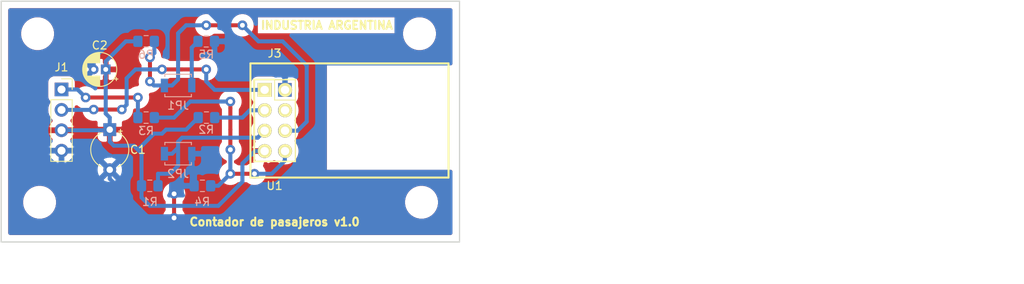
<source format=kicad_pcb>
(kicad_pcb (version 20171130) (host pcbnew "(5.0.0)")

  (general
    (thickness 1.6)
    (drawings 9)
    (tracks 144)
    (zones 0)
    (modules 20)
    (nets 11)
  )

  (page User 200 150.012)
  (title_block
    (title "Contador de pasajeros")
    (date 2018-10-19)
    (rev 1.0)
    (company GICSAFe)
    (comment 1 "Autor: Martin Menendez")
  )

  (layers
    (0 F.Cu power hide)
    (31 B.Cu power hide)
    (32 B.Adhes user)
    (33 F.Adhes user)
    (34 B.Paste user)
    (35 F.Paste user)
    (36 B.SilkS user)
    (37 F.SilkS user)
    (38 B.Mask user)
    (39 F.Mask user)
    (40 Dwgs.User user)
    (41 Cmts.User user)
    (42 Eco1.User user)
    (43 Eco2.User user)
    (44 Edge.Cuts user)
    (45 Margin user)
    (46 B.CrtYd user)
    (47 F.CrtYd user)
    (48 B.Fab user)
    (49 F.Fab user)
  )

  (setup
    (last_trace_width 0.5)
    (user_trace_width 0.3)
    (user_trace_width 0.5)
    (user_trace_width 0.8)
    (user_trace_width 1)
    (trace_clearance 0.5)
    (zone_clearance 0.8)
    (zone_45_only yes)
    (trace_min 0.25)
    (segment_width 0.2)
    (edge_width 0.15)
    (via_size 1.2)
    (via_drill 0.6)
    (via_min_size 1)
    (via_min_drill 0.5)
    (user_via 1.4 0.7)
    (uvia_size 0.3)
    (uvia_drill 0.1)
    (uvias_allowed no)
    (uvia_min_size 0.2)
    (uvia_min_drill 0.1)
    (pcb_text_width 0.3)
    (pcb_text_size 1.5 1.5)
    (mod_edge_width 0.15)
    (mod_text_size 1 1)
    (mod_text_width 0.15)
    (pad_size 1.524 1.524)
    (pad_drill 0.762)
    (pad_to_mask_clearance 0.2)
    (aux_axis_origin 0 0)
    (visible_elements 7FFFFFFF)
    (pcbplotparams
      (layerselection 0x010fc_ffffffff)
      (usegerberextensions false)
      (usegerberattributes false)
      (usegerberadvancedattributes false)
      (creategerberjobfile false)
      (excludeedgelayer true)
      (linewidth 0.100000)
      (plotframeref false)
      (viasonmask false)
      (mode 1)
      (useauxorigin false)
      (hpglpennumber 1)
      (hpglpenspeed 20)
      (hpglpendiameter 15.000000)
      (psnegative false)
      (psa4output false)
      (plotreference true)
      (plotvalue true)
      (plotinvisibletext false)
      (padsonsilk false)
      (subtractmaskfromsilk false)
      (outputformat 1)
      (mirror false)
      (drillshape 1)
      (scaleselection 1)
      (outputdirectory ""))
  )

  (net 0 "")
  (net 1 Rx)
  (net 2 Tx)
  (net 3 +3V3)
  (net 4 GND)
  (net 5 /Gpio2)
  (net 6 /Ch)
  (net 7 /Gpio0)
  (net 8 /Rs)
  (net 9 /Rx_i)
  (net 10 "Net-(JP1-Pad2)")

  (net_class Default "This is the default net class."
    (clearance 0.5)
    (trace_width 0.5)
    (via_dia 1.2)
    (via_drill 0.6)
    (uvia_dia 0.3)
    (uvia_drill 0.1)
    (diff_pair_gap 0.25)
    (diff_pair_width 0.25)
    (add_net +3V3)
    (add_net /Ch)
    (add_net /Gpio0)
    (add_net /Gpio2)
    (add_net /Rs)
    (add_net /Rx_i)
    (add_net GND)
    (add_net "Net-(JP1-Pad2)")
    (add_net Rx)
    (add_net Tx)
  )

  (module ESP8266:ESP-01 (layer F.Cu) (tedit 577EF889) (tstamp 5BBE3413)
    (at 76.775 58.55)
    (descr "Module, ESP-8266, ESP-01, 8 pin")
    (tags "Module ESP-8266 ESP8266")
    (path /5BB470F6)
    (fp_text reference U1 (at 1.225 11.95) (layer F.SilkS)
      (effects (font (size 1 1) (thickness 0.15)))
    )
    (fp_text value ESP01 (at 12.192 3.556) (layer F.Fab)
      (effects (font (size 1 1) (thickness 0.15)))
    )
    (fp_line (start -1.778 -3.302) (end 22.86 -3.302) (layer F.SilkS) (width 0.254))
    (fp_line (start 22.86 -3.302) (end 22.86 10.922) (layer F.SilkS) (width 0.254))
    (fp_line (start 22.86 10.922) (end -1.778 10.922) (layer F.SilkS) (width 0.254))
    (fp_line (start -1.778 10.922) (end -1.778 -3.302) (layer F.SilkS) (width 0.254))
    (fp_line (start -1.778 -3.302) (end 22.86 -3.302) (layer F.Fab) (width 0.05))
    (fp_line (start 22.86 -3.302) (end 22.86 10.922) (layer F.Fab) (width 0.05))
    (fp_line (start 22.86 10.922) (end -1.778 10.922) (layer F.Fab) (width 0.05))
    (fp_line (start -1.778 10.922) (end -1.778 -3.302) (layer F.Fab) (width 0.05))
    (fp_line (start 1.27 -1.27) (end -1.27 -1.27) (layer F.SilkS) (width 0.1524))
    (fp_line (start -1.27 -1.27) (end -1.27 1.27) (layer F.SilkS) (width 0.1524))
    (fp_line (start -1.75 -1.75) (end -1.75 9.4) (layer F.CrtYd) (width 0.05))
    (fp_line (start 4.3 -1.75) (end 4.3 9.4) (layer F.CrtYd) (width 0.05))
    (fp_line (start -1.75 -1.75) (end 4.3 -1.75) (layer F.CrtYd) (width 0.05))
    (fp_line (start -1.75 9.4) (end 4.3 9.4) (layer F.CrtYd) (width 0.05))
    (fp_line (start -1.27 1.27) (end -1.27 8.89) (layer F.SilkS) (width 0.1524))
    (fp_line (start -1.27 8.89) (end 3.81 8.89) (layer F.SilkS) (width 0.1524))
    (fp_line (start 3.81 8.89) (end 3.81 -1.27) (layer F.SilkS) (width 0.1524))
    (fp_line (start 3.81 -1.27) (end 1.27 -1.27) (layer F.SilkS) (width 0.1524))
    (pad 1 thru_hole rect (at 0 0) (size 1.7272 1.7272) (drill 1.016) (layers *.Cu *.Mask F.SilkS)
      (net 2 Tx))
    (pad 2 thru_hole oval (at 2.54 0) (size 1.7272 1.7272) (drill 1.016) (layers *.Cu *.Mask F.SilkS)
      (net 4 GND))
    (pad 3 thru_hole oval (at 0 2.54) (size 1.7272 1.7272) (drill 1.016) (layers *.Cu *.Mask F.SilkS)
      (net 6 /Ch))
    (pad 4 thru_hole oval (at 2.54 2.54) (size 1.7272 1.7272) (drill 1.016) (layers *.Cu *.Mask F.SilkS)
      (net 5 /Gpio2))
    (pad 5 thru_hole oval (at 0 5.08) (size 1.7272 1.7272) (drill 1.016) (layers *.Cu *.Mask F.SilkS)
      (net 8 /Rs))
    (pad 6 thru_hole oval (at 2.54 5.08) (size 1.7272 1.7272) (drill 1.016) (layers *.Cu *.Mask F.SilkS)
      (net 7 /Gpio0))
    (pad 7 thru_hole oval (at 0 7.62) (size 1.7272 1.7272) (drill 1.016) (layers *.Cu *.Mask F.SilkS)
      (net 3 +3V3))
    (pad 8 thru_hole oval (at 2.54 7.62) (size 1.7272 1.7272) (drill 1.016) (layers *.Cu *.Mask F.SilkS)
      (net 9 /Rx_i))
    (model ${KIPRJMOD}/kicad-ESP8266-master/ESP8266.3dshapes/ESP8266_ESP01_cp.wrl
      (offset (xyz 0 0 4))
      (scale (xyz 1 1 1))
      (rotate (xyz 0 0 0))
    )
  )

  (module Connector_PinSocket_2.54mm:PinSocket_1x04_P2.54mm_Vertical (layer F.Cu) (tedit 5A19A429) (tstamp 5BCAD18E)
    (at 51.5 58.5)
    (descr "Through hole straight socket strip, 1x04, 2.54mm pitch, single row (from Kicad 4.0.7), script generated")
    (tags "Through hole socket strip THT 1x04 2.54mm single row")
    (path /5BB1C2B8)
    (fp_text reference J1 (at 0 -2.77) (layer F.SilkS)
      (effects (font (size 1 1) (thickness 0.15)))
    )
    (fp_text value Conector_in (at 0 10.39) (layer F.Fab)
      (effects (font (size 1 1) (thickness 0.15)))
    )
    (fp_line (start -1.27 -1.27) (end 0.635 -1.27) (layer F.Fab) (width 0.1))
    (fp_line (start 0.635 -1.27) (end 1.27 -0.635) (layer F.Fab) (width 0.1))
    (fp_line (start 1.27 -0.635) (end 1.27 8.89) (layer F.Fab) (width 0.1))
    (fp_line (start 1.27 8.89) (end -1.27 8.89) (layer F.Fab) (width 0.1))
    (fp_line (start -1.27 8.89) (end -1.27 -1.27) (layer F.Fab) (width 0.1))
    (fp_line (start -1.33 1.27) (end 1.33 1.27) (layer F.SilkS) (width 0.12))
    (fp_line (start -1.33 1.27) (end -1.33 8.95) (layer F.SilkS) (width 0.12))
    (fp_line (start -1.33 8.95) (end 1.33 8.95) (layer F.SilkS) (width 0.12))
    (fp_line (start 1.33 1.27) (end 1.33 8.95) (layer F.SilkS) (width 0.12))
    (fp_line (start 1.33 -1.33) (end 1.33 0) (layer F.SilkS) (width 0.12))
    (fp_line (start 0 -1.33) (end 1.33 -1.33) (layer F.SilkS) (width 0.12))
    (fp_line (start -1.8 -1.8) (end 1.75 -1.8) (layer F.CrtYd) (width 0.05))
    (fp_line (start 1.75 -1.8) (end 1.75 9.4) (layer F.CrtYd) (width 0.05))
    (fp_line (start 1.75 9.4) (end -1.8 9.4) (layer F.CrtYd) (width 0.05))
    (fp_line (start -1.8 9.4) (end -1.8 -1.8) (layer F.CrtYd) (width 0.05))
    (fp_text user %R (at 0 3.81 90) (layer F.Fab)
      (effects (font (size 1 1) (thickness 0.15)))
    )
    (pad 1 thru_hole rect (at 0 0) (size 1.7 1.7) (drill 1) (layers *.Cu *.Mask)
      (net 1 Rx))
    (pad 2 thru_hole oval (at 0 2.54) (size 1.7 1.7) (drill 1) (layers *.Cu *.Mask)
      (net 2 Tx))
    (pad 3 thru_hole oval (at 0 5.08) (size 1.7 1.7) (drill 1) (layers *.Cu *.Mask)
      (net 3 +3V3))
    (pad 4 thru_hole oval (at 0 7.62) (size 1.7 1.7) (drill 1) (layers *.Cu *.Mask)
      (net 4 GND))
    (model ${KISYS3DMOD}/Connector_PinSocket_2.54mm.3dshapes/PinSocket_1x04_P2.54mm_Vertical.wrl
      (at (xyz 0 0 0))
      (scale (xyz 1 1 1))
      (rotate (xyz 0 0 0))
    )
  )

  (module Connector_PinSocket_2.54mm:PinSocket_2x04_P2.54mm_Vertical (layer F.Cu) (tedit 5A19A422) (tstamp 5BCAD1AC)
    (at 79.275 58.55)
    (descr "Through hole straight socket strip, 2x04, 2.54mm pitch, double cols (from Kicad 4.0.7), script generated")
    (tags "Through hole socket strip THT 2x04 2.54mm double row")
    (path /5BB8E209)
    (fp_text reference J3 (at -1.275 -4.55) (layer F.SilkS)
      (effects (font (size 1 1) (thickness 0.15)))
    )
    (fp_text value Conector_esp (at 6.725 -0.55) (layer F.Fab)
      (effects (font (size 1 1) (thickness 0.15)))
    )
    (fp_line (start -3.81 -1.27) (end 0.27 -1.27) (layer F.Fab) (width 0.1))
    (fp_line (start 0.27 -1.27) (end 1.27 -0.27) (layer F.Fab) (width 0.1))
    (fp_line (start 1.27 -0.27) (end 1.27 8.89) (layer F.Fab) (width 0.1))
    (fp_line (start 1.27 8.89) (end -3.81 8.89) (layer F.Fab) (width 0.1))
    (fp_line (start -3.81 8.89) (end -3.81 -1.27) (layer F.Fab) (width 0.1))
    (fp_line (start -3.87 -1.33) (end -1.27 -1.33) (layer F.SilkS) (width 0.12))
    (fp_line (start -3.87 -1.33) (end -3.87 8.95) (layer F.SilkS) (width 0.12))
    (fp_line (start -3.87 8.95) (end 1.33 8.95) (layer F.SilkS) (width 0.12))
    (fp_line (start 1.33 1.27) (end 1.33 8.95) (layer F.SilkS) (width 0.12))
    (fp_line (start -1.27 1.27) (end 1.33 1.27) (layer F.SilkS) (width 0.12))
    (fp_line (start -1.27 -1.33) (end -1.27 1.27) (layer F.SilkS) (width 0.12))
    (fp_line (start 1.33 -1.33) (end 1.33 0) (layer F.SilkS) (width 0.12))
    (fp_line (start 0 -1.33) (end 1.33 -1.33) (layer F.SilkS) (width 0.12))
    (fp_line (start -4.34 -1.8) (end 1.76 -1.8) (layer F.CrtYd) (width 0.05))
    (fp_line (start 1.76 -1.8) (end 1.76 9.4) (layer F.CrtYd) (width 0.05))
    (fp_line (start 1.76 9.4) (end -4.34 9.4) (layer F.CrtYd) (width 0.05))
    (fp_line (start -4.34 9.4) (end -4.34 -1.8) (layer F.CrtYd) (width 0.05))
    (fp_text user %R (at -1.27 3.81 90) (layer F.Fab)
      (effects (font (size 1 1) (thickness 0.15)))
    )
    (pad 1 thru_hole rect (at 0 0) (size 1.7 1.7) (drill 1) (layers *.Cu *.Mask)
      (net 4 GND))
    (pad 2 thru_hole oval (at -2.54 0) (size 1.7 1.7) (drill 1) (layers *.Cu *.Mask)
      (net 2 Tx))
    (pad 3 thru_hole oval (at 0 2.54) (size 1.7 1.7) (drill 1) (layers *.Cu *.Mask)
      (net 5 /Gpio2))
    (pad 4 thru_hole oval (at -2.54 2.54) (size 1.7 1.7) (drill 1) (layers *.Cu *.Mask)
      (net 6 /Ch))
    (pad 5 thru_hole oval (at 0 5.08) (size 1.7 1.7) (drill 1) (layers *.Cu *.Mask)
      (net 7 /Gpio0))
    (pad 6 thru_hole oval (at -2.54 5.08) (size 1.7 1.7) (drill 1) (layers *.Cu *.Mask)
      (net 8 /Rs))
    (pad 7 thru_hole oval (at 0 7.62) (size 1.7 1.7) (drill 1) (layers *.Cu *.Mask)
      (net 9 /Rx_i))
    (pad 8 thru_hole oval (at -2.54 7.62) (size 1.7 1.7) (drill 1) (layers *.Cu *.Mask)
      (net 3 +3V3))
    (model ${KISYS3DMOD}/Connector_PinSocket_2.54mm.3dshapes/PinSocket_2x04_P2.54mm_Vertical.wrl
      (at (xyz 0 0 0))
      (scale (xyz 1 1 1))
      (rotate (xyz 0 0 0))
    )
  )

  (module Mounting_Holes:MountingHole_2.5mm (layer F.Cu) (tedit 5BC62CDD) (tstamp 5BC39361)
    (at 48.525 51.55)
    (descr "Mounting Hole 2.5mm, no annular")
    (tags "mounting hole 2.5mm no annular")
    (path /5BC3B7D1)
    (attr virtual)
    (fp_text reference MH1 (at 3.5 0) (layer F.SilkS) hide
      (effects (font (size 1 1) (thickness 0.15)))
    )
    (fp_text value MH1 (at 1.75 -1.75) (layer F.Fab) hide
      (effects (font (size 1 1) (thickness 0.15)))
    )
    (fp_text user %R (at 3.5 0) (layer F.Fab)
      (effects (font (size 1 1) (thickness 0.15)))
    )
    (fp_circle (center 0 0) (end 2.5 0) (layer Cmts.User) (width 0.15))
    (fp_circle (center 0 0) (end 2.75 0) (layer F.CrtYd) (width 0.05))
    (pad 1 np_thru_hole circle (at 0 0) (size 2.5 2.5) (drill 2.5) (layers *.Cu *.Mask))
  )

  (module Mounting_Holes:MountingHole_2.5mm (layer F.Cu) (tedit 5BC62CE8) (tstamp 5BC39369)
    (at 96.025 51.55)
    (descr "Mounting Hole 2.5mm, no annular")
    (tags "mounting hole 2.5mm no annular")
    (path /5BC3B8C5)
    (attr virtual)
    (fp_text reference MH2 (at -3.75 0) (layer F.SilkS) hide
      (effects (font (size 1 1) (thickness 0.15)))
    )
    (fp_text value MH2 (at -2.25 -2) (layer F.Fab)
      (effects (font (size 1 1) (thickness 0.15)))
    )
    (fp_circle (center 0 0) (end 2.75 0) (layer F.CrtYd) (width 0.05))
    (fp_circle (center 0 0) (end 2.5 0) (layer Cmts.User) (width 0.15))
    (fp_text user %R (at -3.75 0) (layer F.Fab)
      (effects (font (size 1 1) (thickness 0.15)))
    )
    (pad 1 np_thru_hole circle (at 0 0) (size 2.5 2.5) (drill 2.5) (layers *.Cu *.Mask))
  )

  (module Mounting_Holes:MountingHole_2.5mm (layer F.Cu) (tedit 5BC62CE4) (tstamp 5BC39371)
    (at 48.775 72.55)
    (descr "Mounting Hole 2.5mm, no annular")
    (tags "mounting hole 2.5mm no annular")
    (path /5BC3B905)
    (attr virtual)
    (fp_text reference MH3 (at 3.75 0) (layer F.SilkS) hide
      (effects (font (size 1 1) (thickness 0.15)))
    )
    (fp_text value MH3 (at 2 2) (layer F.Fab) hide
      (effects (font (size 1 1) (thickness 0.15)))
    )
    (fp_text user %R (at 3.75 0) (layer F.Fab)
      (effects (font (size 1 1) (thickness 0.15)))
    )
    (fp_circle (center 0 0) (end 2.5 0) (layer Cmts.User) (width 0.15))
    (fp_circle (center 0 0) (end 2.75 0) (layer F.CrtYd) (width 0.05))
    (pad 1 np_thru_hole circle (at 0 0) (size 2.5 2.5) (drill 2.5) (layers *.Cu *.Mask))
  )

  (module Mounting_Holes:MountingHole_2.5mm (layer F.Cu) (tedit 5BC62CEC) (tstamp 5BC39379)
    (at 96.275 72.55)
    (descr "Mounting Hole 2.5mm, no annular")
    (tags "mounting hole 2.5mm no annular")
    (path /5BC3B939)
    (attr virtual)
    (fp_text reference MH4 (at -3.75 0.25) (layer F.SilkS) hide
      (effects (font (size 1 1) (thickness 0.15)))
    )
    (fp_text value MH4 (at -2 2.25) (layer F.Fab)
      (effects (font (size 1 1) (thickness 0.15)))
    )
    (fp_circle (center 0 0) (end 2.75 0) (layer F.CrtYd) (width 0.05))
    (fp_circle (center 0 0) (end 2.5 0) (layer Cmts.User) (width 0.15))
    (fp_text user %R (at -3.75 0.25) (layer F.Fab)
      (effects (font (size 1 1) (thickness 0.15)))
    )
    (pad 1 np_thru_hole circle (at 0 0) (size 2.5 2.5) (drill 2.5) (layers *.Cu *.Mask))
  )

  (module Capacitor_THT:CP_Radial_Tantal_D4.5mm_P5.00mm (layer F.Cu) (tedit 5AE50EF0) (tstamp 5BE71191)
    (at 57.5 63.5 270)
    (descr "CP, Radial_Tantal series, Radial, pin pitch=5.00mm, , diameter=4.5mm, Tantal Electrolytic Capacitor, http://cdn-reichelt.de/documents/datenblatt/B300/TANTAL-TB-Serie%23.pdf")
    (tags "CP Radial_Tantal series Radial pin pitch 5.00mm  diameter 4.5mm Tantal Electrolytic Capacitor")
    (path /5BBE4CB7)
    (fp_text reference C1 (at 2.5 -3.5) (layer F.SilkS)
      (effects (font (size 1 1) (thickness 0.15)))
    )
    (fp_text value 100n (at 2.5 0 270) (layer F.Fab)
      (effects (font (size 1 1) (thickness 0.15)))
    )
    (fp_arc (start 2.5 0) (end 0.380259 -1.06) (angle 126.864288) (layer F.SilkS) (width 0.12))
    (fp_arc (start 2.5 0) (end 0.380259 1.06) (angle -126.864288) (layer F.SilkS) (width 0.12))
    (fp_circle (center 2.5 0) (end 4.75 0) (layer F.Fab) (width 0.1))
    (fp_circle (center 2.5 0) (end 6.22 0) (layer F.CrtYd) (width 0.05))
    (fp_line (start 0.58192 -0.9775) (end 1.03192 -0.9775) (layer F.Fab) (width 0.1))
    (fp_line (start 0.80692 -1.2025) (end 0.80692 -0.7525) (layer F.Fab) (width 0.1))
    (fp_line (start -0.037288 -1.335) (end 0.412712 -1.335) (layer F.SilkS) (width 0.12))
    (fp_line (start 0.187712 -1.56) (end 0.187712 -1.11) (layer F.SilkS) (width 0.12))
    (fp_text user %R (at 2.5 0 270) (layer F.Fab)
      (effects (font (size 0.9 0.9) (thickness 0.135)))
    )
    (pad 1 thru_hole rect (at 0 0 270) (size 1.6 1.6) (drill 0.8) (layers *.Cu *.Mask)
      (net 3 +3V3))
    (pad 2 thru_hole circle (at 5 0 270) (size 1.6 1.6) (drill 0.8) (layers *.Cu *.Mask)
      (net 4 GND))
    (model ${KISYS3DMOD}/Capacitor_THT.3dshapes/CP_Radial_Tantal_D4.5mm_P5.00mm.wrl
      (at (xyz 0 0 0))
      (scale (xyz 1 1 1))
      (rotate (xyz 0 0 0))
    )
  )

  (module Capacitor_THT:CP_Radial_D4.0mm_P1.50mm (layer F.Cu) (tedit 5AE50EF0) (tstamp 5BE711FC)
    (at 57 56 180)
    (descr "CP, Radial series, Radial, pin pitch=1.50mm, , diameter=4mm, Electrolytic Capacitor")
    (tags "CP Radial series Radial pin pitch 1.50mm  diameter 4mm Electrolytic Capacitor")
    (path /5BA81F77)
    (solder_mask_margin 0.1)
    (solder_paste_margin -0.5)
    (clearance 0.1)
    (fp_text reference C2 (at 0.75 3 180) (layer F.SilkS)
      (effects (font (size 1 1) (thickness 0.15)))
    )
    (fp_text value 100u (at 0.75 0 180) (layer F.Fab)
      (effects (font (size 1 1) (thickness 0.15)))
    )
    (fp_circle (center 0.75 0) (end 2.75 0) (layer F.Fab) (width 0.1))
    (fp_circle (center 0.75 0) (end 2.87 0) (layer F.SilkS) (width 0.12))
    (fp_circle (center 0.75 0) (end 3 0) (layer F.CrtYd) (width 0.05))
    (fp_line (start -0.952554 -0.8675) (end -0.552554 -0.8675) (layer F.Fab) (width 0.1))
    (fp_line (start -0.752554 -1.0675) (end -0.752554 -0.6675) (layer F.Fab) (width 0.1))
    (fp_line (start 0.75 0.84) (end 0.75 2.08) (layer F.SilkS) (width 0.12))
    (fp_line (start 0.75 -2.08) (end 0.75 -0.84) (layer F.SilkS) (width 0.12))
    (fp_line (start 0.79 0.84) (end 0.79 2.08) (layer F.SilkS) (width 0.12))
    (fp_line (start 0.79 -2.08) (end 0.79 -0.84) (layer F.SilkS) (width 0.12))
    (fp_line (start 0.83 0.84) (end 0.83 2.079) (layer F.SilkS) (width 0.12))
    (fp_line (start 0.83 -2.079) (end 0.83 -0.84) (layer F.SilkS) (width 0.12))
    (fp_line (start 0.87 -2.077) (end 0.87 -0.84) (layer F.SilkS) (width 0.12))
    (fp_line (start 0.87 0.84) (end 0.87 2.077) (layer F.SilkS) (width 0.12))
    (fp_line (start 0.91 -2.074) (end 0.91 -0.84) (layer F.SilkS) (width 0.12))
    (fp_line (start 0.91 0.84) (end 0.91 2.074) (layer F.SilkS) (width 0.12))
    (fp_line (start 0.95 -2.071) (end 0.95 -0.84) (layer F.SilkS) (width 0.12))
    (fp_line (start 0.95 0.84) (end 0.95 2.071) (layer F.SilkS) (width 0.12))
    (fp_line (start 0.99 -2.067) (end 0.99 -0.84) (layer F.SilkS) (width 0.12))
    (fp_line (start 0.99 0.84) (end 0.99 2.067) (layer F.SilkS) (width 0.12))
    (fp_line (start 1.03 -2.062) (end 1.03 -0.84) (layer F.SilkS) (width 0.12))
    (fp_line (start 1.03 0.84) (end 1.03 2.062) (layer F.SilkS) (width 0.12))
    (fp_line (start 1.07 -2.056) (end 1.07 -0.84) (layer F.SilkS) (width 0.12))
    (fp_line (start 1.07 0.84) (end 1.07 2.056) (layer F.SilkS) (width 0.12))
    (fp_line (start 1.11 -2.05) (end 1.11 -0.84) (layer F.SilkS) (width 0.12))
    (fp_line (start 1.11 0.84) (end 1.11 2.05) (layer F.SilkS) (width 0.12))
    (fp_line (start 1.15 -2.042) (end 1.15 -0.84) (layer F.SilkS) (width 0.12))
    (fp_line (start 1.15 0.84) (end 1.15 2.042) (layer F.SilkS) (width 0.12))
    (fp_line (start 1.19 -2.034) (end 1.19 -0.84) (layer F.SilkS) (width 0.12))
    (fp_line (start 1.19 0.84) (end 1.19 2.034) (layer F.SilkS) (width 0.12))
    (fp_line (start 1.23 -2.025) (end 1.23 -0.84) (layer F.SilkS) (width 0.12))
    (fp_line (start 1.23 0.84) (end 1.23 2.025) (layer F.SilkS) (width 0.12))
    (fp_line (start 1.27 -2.016) (end 1.27 -0.84) (layer F.SilkS) (width 0.12))
    (fp_line (start 1.27 0.84) (end 1.27 2.016) (layer F.SilkS) (width 0.12))
    (fp_line (start 1.31 -2.005) (end 1.31 -0.84) (layer F.SilkS) (width 0.12))
    (fp_line (start 1.31 0.84) (end 1.31 2.005) (layer F.SilkS) (width 0.12))
    (fp_line (start 1.35 -1.994) (end 1.35 -0.84) (layer F.SilkS) (width 0.12))
    (fp_line (start 1.35 0.84) (end 1.35 1.994) (layer F.SilkS) (width 0.12))
    (fp_line (start 1.39 -1.982) (end 1.39 -0.84) (layer F.SilkS) (width 0.12))
    (fp_line (start 1.39 0.84) (end 1.39 1.982) (layer F.SilkS) (width 0.12))
    (fp_line (start 1.43 -1.968) (end 1.43 -0.84) (layer F.SilkS) (width 0.12))
    (fp_line (start 1.43 0.84) (end 1.43 1.968) (layer F.SilkS) (width 0.12))
    (fp_line (start 1.471 -1.954) (end 1.471 -0.84) (layer F.SilkS) (width 0.12))
    (fp_line (start 1.471 0.84) (end 1.471 1.954) (layer F.SilkS) (width 0.12))
    (fp_line (start 1.511 -1.94) (end 1.511 -0.84) (layer F.SilkS) (width 0.12))
    (fp_line (start 1.511 0.84) (end 1.511 1.94) (layer F.SilkS) (width 0.12))
    (fp_line (start 1.551 -1.924) (end 1.551 -0.84) (layer F.SilkS) (width 0.12))
    (fp_line (start 1.551 0.84) (end 1.551 1.924) (layer F.SilkS) (width 0.12))
    (fp_line (start 1.591 -1.907) (end 1.591 -0.84) (layer F.SilkS) (width 0.12))
    (fp_line (start 1.591 0.84) (end 1.591 1.907) (layer F.SilkS) (width 0.12))
    (fp_line (start 1.631 -1.889) (end 1.631 -0.84) (layer F.SilkS) (width 0.12))
    (fp_line (start 1.631 0.84) (end 1.631 1.889) (layer F.SilkS) (width 0.12))
    (fp_line (start 1.671 -1.87) (end 1.671 -0.84) (layer F.SilkS) (width 0.12))
    (fp_line (start 1.671 0.84) (end 1.671 1.87) (layer F.SilkS) (width 0.12))
    (fp_line (start 1.711 -1.851) (end 1.711 -0.84) (layer F.SilkS) (width 0.12))
    (fp_line (start 1.711 0.84) (end 1.711 1.851) (layer F.SilkS) (width 0.12))
    (fp_line (start 1.751 -1.83) (end 1.751 -0.84) (layer F.SilkS) (width 0.12))
    (fp_line (start 1.751 0.84) (end 1.751 1.83) (layer F.SilkS) (width 0.12))
    (fp_line (start 1.791 -1.808) (end 1.791 -0.84) (layer F.SilkS) (width 0.12))
    (fp_line (start 1.791 0.84) (end 1.791 1.808) (layer F.SilkS) (width 0.12))
    (fp_line (start 1.831 -1.785) (end 1.831 -0.84) (layer F.SilkS) (width 0.12))
    (fp_line (start 1.831 0.84) (end 1.831 1.785) (layer F.SilkS) (width 0.12))
    (fp_line (start 1.871 -1.76) (end 1.871 -0.84) (layer F.SilkS) (width 0.12))
    (fp_line (start 1.871 0.84) (end 1.871 1.76) (layer F.SilkS) (width 0.12))
    (fp_line (start 1.911 -1.735) (end 1.911 -0.84) (layer F.SilkS) (width 0.12))
    (fp_line (start 1.911 0.84) (end 1.911 1.735) (layer F.SilkS) (width 0.12))
    (fp_line (start 1.951 -1.708) (end 1.951 -0.84) (layer F.SilkS) (width 0.12))
    (fp_line (start 1.951 0.84) (end 1.951 1.708) (layer F.SilkS) (width 0.12))
    (fp_line (start 1.991 -1.68) (end 1.991 -0.84) (layer F.SilkS) (width 0.12))
    (fp_line (start 1.991 0.84) (end 1.991 1.68) (layer F.SilkS) (width 0.12))
    (fp_line (start 2.031 -1.65) (end 2.031 -0.84) (layer F.SilkS) (width 0.12))
    (fp_line (start 2.031 0.84) (end 2.031 1.65) (layer F.SilkS) (width 0.12))
    (fp_line (start 2.071 -1.619) (end 2.071 -0.84) (layer F.SilkS) (width 0.12))
    (fp_line (start 2.071 0.84) (end 2.071 1.619) (layer F.SilkS) (width 0.12))
    (fp_line (start 2.111 -1.587) (end 2.111 -0.84) (layer F.SilkS) (width 0.12))
    (fp_line (start 2.111 0.84) (end 2.111 1.587) (layer F.SilkS) (width 0.12))
    (fp_line (start 2.151 -1.552) (end 2.151 -0.84) (layer F.SilkS) (width 0.12))
    (fp_line (start 2.151 0.84) (end 2.151 1.552) (layer F.SilkS) (width 0.12))
    (fp_line (start 2.191 -1.516) (end 2.191 -0.84) (layer F.SilkS) (width 0.12))
    (fp_line (start 2.191 0.84) (end 2.191 1.516) (layer F.SilkS) (width 0.12))
    (fp_line (start 2.231 -1.478) (end 2.231 -0.84) (layer F.SilkS) (width 0.12))
    (fp_line (start 2.231 0.84) (end 2.231 1.478) (layer F.SilkS) (width 0.12))
    (fp_line (start 2.271 -1.438) (end 2.271 -0.84) (layer F.SilkS) (width 0.12))
    (fp_line (start 2.271 0.84) (end 2.271 1.438) (layer F.SilkS) (width 0.12))
    (fp_line (start 2.311 -1.396) (end 2.311 -0.84) (layer F.SilkS) (width 0.12))
    (fp_line (start 2.311 0.84) (end 2.311 1.396) (layer F.SilkS) (width 0.12))
    (fp_line (start 2.351 -1.351) (end 2.351 1.351) (layer F.SilkS) (width 0.12))
    (fp_line (start 2.391 -1.304) (end 2.391 1.304) (layer F.SilkS) (width 0.12))
    (fp_line (start 2.431 -1.254) (end 2.431 1.254) (layer F.SilkS) (width 0.12))
    (fp_line (start 2.471 -1.2) (end 2.471 1.2) (layer F.SilkS) (width 0.12))
    (fp_line (start 2.511 -1.142) (end 2.511 1.142) (layer F.SilkS) (width 0.12))
    (fp_line (start 2.551 -1.08) (end 2.551 1.08) (layer F.SilkS) (width 0.12))
    (fp_line (start 2.591 -1.013) (end 2.591 1.013) (layer F.SilkS) (width 0.12))
    (fp_line (start 2.631 -0.94) (end 2.631 0.94) (layer F.SilkS) (width 0.12))
    (fp_line (start 2.671 -0.859) (end 2.671 0.859) (layer F.SilkS) (width 0.12))
    (fp_line (start 2.711 -0.768) (end 2.711 0.768) (layer F.SilkS) (width 0.12))
    (fp_line (start 2.751 -0.664) (end 2.751 0.664) (layer F.SilkS) (width 0.12))
    (fp_line (start 2.791 -0.537) (end 2.791 0.537) (layer F.SilkS) (width 0.12))
    (fp_line (start 2.831 -0.37) (end 2.831 0.37) (layer F.SilkS) (width 0.12))
    (fp_line (start -1.519801 -1.195) (end -1.119801 -1.195) (layer F.SilkS) (width 0.12))
    (fp_line (start -1.319801 -1.395) (end -1.319801 -0.995) (layer F.SilkS) (width 0.12))
    (fp_text user %R (at 0.75 0 180) (layer F.Fab)
      (effects (font (size 0.8 0.8) (thickness 0.12)))
    )
    (pad 1 thru_hole rect (at 0 0 180) (size 1.2 1.2) (drill 0.6) (layers *.Cu *.Mask)
      (net 3 +3V3))
    (pad 2 thru_hole circle (at 1.5 0 180) (size 1.2 1.2) (drill 0.6) (layers *.Cu *.Mask)
      (net 4 GND))
    (model ${KISYS3DMOD}/Capacitor_THT.3dshapes/CP_Radial_D4.0mm_P1.50mm.wrl
      (at (xyz 0 0 0))
      (scale (xyz 1 1 1))
      (rotate (xyz 0 0 0))
    )
  )

  (module Button_Switch_SMD:SW_SPST_B3U-1000P (layer B.Cu) (tedit 5A02FC95) (tstamp 5BE71212)
    (at 66 58)
    (descr "Ultra-small-sized Tactile Switch with High Contact Reliability, Top-actuated Model, without Ground Terminal, without Boss")
    (tags "Tactile Switch")
    (path /5BB8F7EE)
    (attr smd)
    (fp_text reference JP1 (at 0 2.5) (layer B.SilkS)
      (effects (font (size 1 1) (thickness 0.15)) (justify mirror))
    )
    (fp_text value Jumper (at 0 -2.5) (layer B.Fab)
      (effects (font (size 1 1) (thickness 0.15)) (justify mirror))
    )
    (fp_text user %R (at 0 2.5) (layer B.Fab)
      (effects (font (size 1 1) (thickness 0.15)) (justify mirror))
    )
    (fp_line (start -2.4 -1.65) (end 2.4 -1.65) (layer B.CrtYd) (width 0.05))
    (fp_line (start 2.4 -1.65) (end 2.4 1.65) (layer B.CrtYd) (width 0.05))
    (fp_line (start 2.4 1.65) (end -2.4 1.65) (layer B.CrtYd) (width 0.05))
    (fp_line (start -2.4 1.65) (end -2.4 -1.65) (layer B.CrtYd) (width 0.05))
    (fp_line (start -1.65 -1.1) (end -1.65 -1.4) (layer B.SilkS) (width 0.12))
    (fp_line (start -1.65 -1.4) (end 1.65 -1.4) (layer B.SilkS) (width 0.12))
    (fp_line (start 1.65 -1.4) (end 1.65 -1.1) (layer B.SilkS) (width 0.12))
    (fp_line (start -1.65 1.1) (end -1.65 1.4) (layer B.SilkS) (width 0.12))
    (fp_line (start -1.65 1.4) (end 1.65 1.4) (layer B.SilkS) (width 0.12))
    (fp_line (start 1.65 1.4) (end 1.65 1.1) (layer B.SilkS) (width 0.12))
    (fp_line (start -1.5 1.25) (end 1.5 1.25) (layer B.Fab) (width 0.1))
    (fp_line (start 1.5 1.25) (end 1.5 -1.25) (layer B.Fab) (width 0.1))
    (fp_line (start 1.5 -1.25) (end -1.5 -1.25) (layer B.Fab) (width 0.1))
    (fp_line (start -1.5 -1.25) (end -1.5 1.25) (layer B.Fab) (width 0.1))
    (fp_circle (center 0 0) (end 0.75 0) (layer B.Fab) (width 0.1))
    (pad 1 smd rect (at -1.7 0) (size 0.9 1.7) (layers B.Cu B.Paste B.Mask)
      (net 7 /Gpio0))
    (pad 2 smd rect (at 1.7 0) (size 0.9 1.7) (layers B.Cu B.Paste B.Mask)
      (net 10 "Net-(JP1-Pad2)"))
    (model ${KISYS3DMOD}/Button_Switch_SMD.3dshapes/SW_SPST_B3U-1000P.wrl
      (at (xyz 0 0 0))
      (scale (xyz 1 1 1))
      (rotate (xyz 0 0 0))
    )
  )

  (module Button_Switch_SMD:SW_SPST_B3U-1000P (layer B.Cu) (tedit 5A02FC95) (tstamp 5BE71228)
    (at 66 66.5)
    (descr "Ultra-small-sized Tactile Switch with High Contact Reliability, Top-actuated Model, without Ground Terminal, without Boss")
    (tags "Tactile Switch")
    (path /5BB951CA)
    (attr smd)
    (fp_text reference JP2 (at 0 2.5) (layer B.SilkS)
      (effects (font (size 1 1) (thickness 0.15)) (justify mirror))
    )
    (fp_text value Jumper (at 0 -2.5) (layer B.Fab)
      (effects (font (size 1 1) (thickness 0.15)) (justify mirror))
    )
    (fp_circle (center 0 0) (end 0.75 0) (layer B.Fab) (width 0.1))
    (fp_line (start -1.5 -1.25) (end -1.5 1.25) (layer B.Fab) (width 0.1))
    (fp_line (start 1.5 -1.25) (end -1.5 -1.25) (layer B.Fab) (width 0.1))
    (fp_line (start 1.5 1.25) (end 1.5 -1.25) (layer B.Fab) (width 0.1))
    (fp_line (start -1.5 1.25) (end 1.5 1.25) (layer B.Fab) (width 0.1))
    (fp_line (start 1.65 1.4) (end 1.65 1.1) (layer B.SilkS) (width 0.12))
    (fp_line (start -1.65 1.4) (end 1.65 1.4) (layer B.SilkS) (width 0.12))
    (fp_line (start -1.65 1.1) (end -1.65 1.4) (layer B.SilkS) (width 0.12))
    (fp_line (start 1.65 -1.4) (end 1.65 -1.1) (layer B.SilkS) (width 0.12))
    (fp_line (start -1.65 -1.4) (end 1.65 -1.4) (layer B.SilkS) (width 0.12))
    (fp_line (start -1.65 -1.1) (end -1.65 -1.4) (layer B.SilkS) (width 0.12))
    (fp_line (start -2.4 1.65) (end -2.4 -1.65) (layer B.CrtYd) (width 0.05))
    (fp_line (start 2.4 1.65) (end -2.4 1.65) (layer B.CrtYd) (width 0.05))
    (fp_line (start 2.4 -1.65) (end 2.4 1.65) (layer B.CrtYd) (width 0.05))
    (fp_line (start -2.4 -1.65) (end 2.4 -1.65) (layer B.CrtYd) (width 0.05))
    (fp_text user %R (at 0 2.5) (layer B.Fab)
      (effects (font (size 1 1) (thickness 0.15)) (justify mirror))
    )
    (pad 2 smd rect (at 1.7 0) (size 0.9 1.7) (layers B.Cu B.Paste B.Mask)
      (net 4 GND))
    (pad 1 smd rect (at -1.7 0) (size 0.9 1.7) (layers B.Cu B.Paste B.Mask)
      (net 8 /Rs))
    (model ${KISYS3DMOD}/Button_Switch_SMD.3dshapes/SW_SPST_B3U-1000P.wrl
      (at (xyz 0 0 0))
      (scale (xyz 1 1 1))
      (rotate (xyz 0 0 0))
    )
  )

  (module Resistor_SMD:R_0805_2012Metric_Pad1.15x1.40mm_HandSolder (layer B.Cu) (tedit 5B36C52B) (tstamp 5BE71239)
    (at 62.475 70.5 180)
    (descr "Resistor SMD 0805 (2012 Metric), square (rectangular) end terminal, IPC_7351 nominal with elongated pad for handsoldering. (Body size source: https://docs.google.com/spreadsheets/d/1BsfQQcO9C6DZCsRaXUlFlo91Tg2WpOkGARC1WS5S8t0/edit?usp=sharing), generated with kicad-footprint-generator")
    (tags "resistor handsolder")
    (path /5BA7DBAB)
    (attr smd)
    (fp_text reference R1 (at -0.025 -2 180) (layer B.SilkS)
      (effects (font (size 1 1) (thickness 0.15)) (justify mirror))
    )
    (fp_text value 3k3 (at -0.025 0 180) (layer B.Fab)
      (effects (font (size 1 1) (thickness 0.15)) (justify mirror))
    )
    (fp_line (start -1 -0.6) (end -1 0.6) (layer B.Fab) (width 0.1))
    (fp_line (start -1 0.6) (end 1 0.6) (layer B.Fab) (width 0.1))
    (fp_line (start 1 0.6) (end 1 -0.6) (layer B.Fab) (width 0.1))
    (fp_line (start 1 -0.6) (end -1 -0.6) (layer B.Fab) (width 0.1))
    (fp_line (start -0.261252 0.71) (end 0.261252 0.71) (layer B.SilkS) (width 0.12))
    (fp_line (start -0.261252 -0.71) (end 0.261252 -0.71) (layer B.SilkS) (width 0.12))
    (fp_line (start -1.85 -0.95) (end -1.85 0.95) (layer B.CrtYd) (width 0.05))
    (fp_line (start -1.85 0.95) (end 1.85 0.95) (layer B.CrtYd) (width 0.05))
    (fp_line (start 1.85 0.95) (end 1.85 -0.95) (layer B.CrtYd) (width 0.05))
    (fp_line (start 1.85 -0.95) (end -1.85 -0.95) (layer B.CrtYd) (width 0.05))
    (fp_text user %R (at 0 0 180) (layer B.Fab)
      (effects (font (size 0.5 0.5) (thickness 0.08)) (justify mirror))
    )
    (pad 1 smd roundrect (at -1.025 0 180) (size 1.15 1.4) (layers B.Cu B.Paste B.Mask) (roundrect_rratio 0.217391)
      (net 8 /Rs))
    (pad 2 smd roundrect (at 1.025 0 180) (size 1.15 1.4) (layers B.Cu B.Paste B.Mask) (roundrect_rratio 0.217391)
      (net 3 +3V3))
    (model ${KISYS3DMOD}/Resistor_SMD.3dshapes/R_0805_2012Metric.wrl
      (at (xyz 0 0 0))
      (scale (xyz 1 1 1))
      (rotate (xyz 0 0 0))
    )
  )

  (module Resistor_SMD:R_0805_2012Metric_Pad1.15x1.40mm_HandSolder (layer B.Cu) (tedit 5B36C52B) (tstamp 5BE7124A)
    (at 69.525 62 180)
    (descr "Resistor SMD 0805 (2012 Metric), square (rectangular) end terminal, IPC_7351 nominal with elongated pad for handsoldering. (Body size source: https://docs.google.com/spreadsheets/d/1BsfQQcO9C6DZCsRaXUlFlo91Tg2WpOkGARC1WS5S8t0/edit?usp=sharing), generated with kicad-footprint-generator")
    (tags "resistor handsolder")
    (path /5BA7E767)
    (attr smd)
    (fp_text reference R2 (at 0.025 -1.5 180) (layer B.SilkS)
      (effects (font (size 1 1) (thickness 0.15)) (justify mirror))
    )
    (fp_text value 3k3 (at 0.025 0 180) (layer B.Fab)
      (effects (font (size 1 1) (thickness 0.15)) (justify mirror))
    )
    (fp_line (start -1 -0.6) (end -1 0.6) (layer B.Fab) (width 0.1))
    (fp_line (start -1 0.6) (end 1 0.6) (layer B.Fab) (width 0.1))
    (fp_line (start 1 0.6) (end 1 -0.6) (layer B.Fab) (width 0.1))
    (fp_line (start 1 -0.6) (end -1 -0.6) (layer B.Fab) (width 0.1))
    (fp_line (start -0.261252 0.71) (end 0.261252 0.71) (layer B.SilkS) (width 0.12))
    (fp_line (start -0.261252 -0.71) (end 0.261252 -0.71) (layer B.SilkS) (width 0.12))
    (fp_line (start -1.85 -0.95) (end -1.85 0.95) (layer B.CrtYd) (width 0.05))
    (fp_line (start -1.85 0.95) (end 1.85 0.95) (layer B.CrtYd) (width 0.05))
    (fp_line (start 1.85 0.95) (end 1.85 -0.95) (layer B.CrtYd) (width 0.05))
    (fp_line (start 1.85 -0.95) (end -1.85 -0.95) (layer B.CrtYd) (width 0.05))
    (fp_text user %R (at 0 0 180) (layer B.Fab)
      (effects (font (size 0.5 0.5) (thickness 0.08)) (justify mirror))
    )
    (pad 1 smd roundrect (at -1.025 0 180) (size 1.15 1.4) (layers B.Cu B.Paste B.Mask) (roundrect_rratio 0.217391)
      (net 6 /Ch))
    (pad 2 smd roundrect (at 1.025 0 180) (size 1.15 1.4) (layers B.Cu B.Paste B.Mask) (roundrect_rratio 0.217391)
      (net 3 +3V3))
    (model ${KISYS3DMOD}/Resistor_SMD.3dshapes/R_0805_2012Metric.wrl
      (at (xyz 0 0 0))
      (scale (xyz 1 1 1))
      (rotate (xyz 0 0 0))
    )
  )

  (module Resistor_SMD:R_0805_2012Metric_Pad1.15x1.40mm_HandSolder (layer B.Cu) (tedit 5B36C52B) (tstamp 5BE7125B)
    (at 62.025 62)
    (descr "Resistor SMD 0805 (2012 Metric), square (rectangular) end terminal, IPC_7351 nominal with elongated pad for handsoldering. (Body size source: https://docs.google.com/spreadsheets/d/1BsfQQcO9C6DZCsRaXUlFlo91Tg2WpOkGARC1WS5S8t0/edit?usp=sharing), generated with kicad-footprint-generator")
    (tags "resistor handsolder")
    (path /5BB23C65)
    (attr smd)
    (fp_text reference R3 (at 0 1.65) (layer B.SilkS)
      (effects (font (size 1 1) (thickness 0.15)) (justify mirror))
    )
    (fp_text value 1k (at 0 0) (layer B.Fab)
      (effects (font (size 1 1) (thickness 0.15)) (justify mirror))
    )
    (fp_line (start -1 -0.6) (end -1 0.6) (layer B.Fab) (width 0.1))
    (fp_line (start -1 0.6) (end 1 0.6) (layer B.Fab) (width 0.1))
    (fp_line (start 1 0.6) (end 1 -0.6) (layer B.Fab) (width 0.1))
    (fp_line (start 1 -0.6) (end -1 -0.6) (layer B.Fab) (width 0.1))
    (fp_line (start -0.261252 0.71) (end 0.261252 0.71) (layer B.SilkS) (width 0.12))
    (fp_line (start -0.261252 -0.71) (end 0.261252 -0.71) (layer B.SilkS) (width 0.12))
    (fp_line (start -1.85 -0.95) (end -1.85 0.95) (layer B.CrtYd) (width 0.05))
    (fp_line (start -1.85 0.95) (end 1.85 0.95) (layer B.CrtYd) (width 0.05))
    (fp_line (start 1.85 0.95) (end 1.85 -0.95) (layer B.CrtYd) (width 0.05))
    (fp_line (start 1.85 -0.95) (end -1.85 -0.95) (layer B.CrtYd) (width 0.05))
    (fp_text user %R (at 0 0) (layer B.Fab)
      (effects (font (size 0.5 0.5) (thickness 0.08)) (justify mirror))
    )
    (pad 1 smd roundrect (at -1.025 0) (size 1.15 1.4) (layers B.Cu B.Paste B.Mask) (roundrect_rratio 0.217391)
      (net 1 Rx))
    (pad 2 smd roundrect (at 1.025 0) (size 1.15 1.4) (layers B.Cu B.Paste B.Mask) (roundrect_rratio 0.217391)
      (net 9 /Rx_i))
    (model ${KISYS3DMOD}/Resistor_SMD.3dshapes/R_0805_2012Metric.wrl
      (at (xyz 0 0 0))
      (scale (xyz 1 1 1))
      (rotate (xyz 0 0 0))
    )
  )

  (module Resistor_SMD:R_0805_2012Metric_Pad1.15x1.40mm_HandSolder (layer B.Cu) (tedit 5B36C52B) (tstamp 5BE7126C)
    (at 69.025 70.5 180)
    (descr "Resistor SMD 0805 (2012 Metric), square (rectangular) end terminal, IPC_7351 nominal with elongated pad for handsoldering. (Body size source: https://docs.google.com/spreadsheets/d/1BsfQQcO9C6DZCsRaXUlFlo91Tg2WpOkGARC1WS5S8t0/edit?usp=sharing), generated with kicad-footprint-generator")
    (tags "resistor handsolder")
    (path /5BA827CB)
    (attr smd)
    (fp_text reference R4 (at 0.025 -2 180) (layer B.SilkS)
      (effects (font (size 1 1) (thickness 0.15)) (justify mirror))
    )
    (fp_text value 2k (at 0.025 0 180) (layer B.Fab)
      (effects (font (size 1 1) (thickness 0.15)) (justify mirror))
    )
    (fp_text user %R (at 0 0 180) (layer B.Fab)
      (effects (font (size 0.5 0.5) (thickness 0.08)) (justify mirror))
    )
    (fp_line (start 1.85 -0.95) (end -1.85 -0.95) (layer B.CrtYd) (width 0.05))
    (fp_line (start 1.85 0.95) (end 1.85 -0.95) (layer B.CrtYd) (width 0.05))
    (fp_line (start -1.85 0.95) (end 1.85 0.95) (layer B.CrtYd) (width 0.05))
    (fp_line (start -1.85 -0.95) (end -1.85 0.95) (layer B.CrtYd) (width 0.05))
    (fp_line (start -0.261252 -0.71) (end 0.261252 -0.71) (layer B.SilkS) (width 0.12))
    (fp_line (start -0.261252 0.71) (end 0.261252 0.71) (layer B.SilkS) (width 0.12))
    (fp_line (start 1 -0.6) (end -1 -0.6) (layer B.Fab) (width 0.1))
    (fp_line (start 1 0.6) (end 1 -0.6) (layer B.Fab) (width 0.1))
    (fp_line (start -1 0.6) (end 1 0.6) (layer B.Fab) (width 0.1))
    (fp_line (start -1 -0.6) (end -1 0.6) (layer B.Fab) (width 0.1))
    (pad 2 smd roundrect (at 1.025 0 180) (size 1.15 1.4) (layers B.Cu B.Paste B.Mask) (roundrect_rratio 0.217391)
      (net 4 GND))
    (pad 1 smd roundrect (at -1.025 0 180) (size 1.15 1.4) (layers B.Cu B.Paste B.Mask) (roundrect_rratio 0.217391)
      (net 9 /Rx_i))
    (model ${KISYS3DMOD}/Resistor_SMD.3dshapes/R_0805_2012Metric.wrl
      (at (xyz 0 0 0))
      (scale (xyz 1 1 1))
      (rotate (xyz 0 0 0))
    )
  )

  (module Resistor_SMD:R_0805_2012Metric_Pad1.15x1.40mm_HandSolder (layer B.Cu) (tedit 5B36C52B) (tstamp 5BE7127D)
    (at 69.5 52.5)
    (descr "Resistor SMD 0805 (2012 Metric), square (rectangular) end terminal, IPC_7351 nominal with elongated pad for handsoldering. (Body size source: https://docs.google.com/spreadsheets/d/1BsfQQcO9C6DZCsRaXUlFlo91Tg2WpOkGARC1WS5S8t0/edit?usp=sharing), generated with kicad-footprint-generator")
    (tags "resistor handsolder")
    (path /5BB8F884)
    (attr smd)
    (fp_text reference R5 (at 0 1.65) (layer B.SilkS)
      (effects (font (size 1 1) (thickness 0.15)) (justify mirror))
    )
    (fp_text value 470 (at 0 0) (layer B.Fab)
      (effects (font (size 1 1) (thickness 0.15)) (justify mirror))
    )
    (fp_text user %R (at 0 0) (layer B.Fab)
      (effects (font (size 0.5 0.5) (thickness 0.08)) (justify mirror))
    )
    (fp_line (start 1.85 -0.95) (end -1.85 -0.95) (layer B.CrtYd) (width 0.05))
    (fp_line (start 1.85 0.95) (end 1.85 -0.95) (layer B.CrtYd) (width 0.05))
    (fp_line (start -1.85 0.95) (end 1.85 0.95) (layer B.CrtYd) (width 0.05))
    (fp_line (start -1.85 -0.95) (end -1.85 0.95) (layer B.CrtYd) (width 0.05))
    (fp_line (start -0.261252 -0.71) (end 0.261252 -0.71) (layer B.SilkS) (width 0.12))
    (fp_line (start -0.261252 0.71) (end 0.261252 0.71) (layer B.SilkS) (width 0.12))
    (fp_line (start 1 -0.6) (end -1 -0.6) (layer B.Fab) (width 0.1))
    (fp_line (start 1 0.6) (end 1 -0.6) (layer B.Fab) (width 0.1))
    (fp_line (start -1 0.6) (end 1 0.6) (layer B.Fab) (width 0.1))
    (fp_line (start -1 -0.6) (end -1 0.6) (layer B.Fab) (width 0.1))
    (pad 2 smd roundrect (at 1.025 0) (size 1.15 1.4) (layers B.Cu B.Paste B.Mask) (roundrect_rratio 0.217391)
      (net 4 GND))
    (pad 1 smd roundrect (at -1.025 0) (size 1.15 1.4) (layers B.Cu B.Paste B.Mask) (roundrect_rratio 0.217391)
      (net 10 "Net-(JP1-Pad2)"))
    (model ${KISYS3DMOD}/Resistor_SMD.3dshapes/R_0805_2012Metric.wrl
      (at (xyz 0 0 0))
      (scale (xyz 1 1 1))
      (rotate (xyz 0 0 0))
    )
  )

  (module Resistor_SMD:R_0805_2012Metric_Pad1.15x1.40mm_HandSolder (layer B.Cu) (tedit 5B36C52B) (tstamp 5BE7128E)
    (at 62.025 52.5)
    (descr "Resistor SMD 0805 (2012 Metric), square (rectangular) end terminal, IPC_7351 nominal with elongated pad for handsoldering. (Body size source: https://docs.google.com/spreadsheets/d/1BsfQQcO9C6DZCsRaXUlFlo91Tg2WpOkGARC1WS5S8t0/edit?usp=sharing), generated with kicad-footprint-generator")
    (tags "resistor handsolder")
    (path /5BA7E78D)
    (attr smd)
    (fp_text reference R6 (at 0 1.65) (layer B.SilkS)
      (effects (font (size 1 1) (thickness 0.15)) (justify mirror))
    )
    (fp_text value 3k3 (at 0 0) (layer B.Fab)
      (effects (font (size 1 1) (thickness 0.15)) (justify mirror))
    )
    (fp_text user %R (at 0 0) (layer B.Fab)
      (effects (font (size 0.5 0.5) (thickness 0.08)) (justify mirror))
    )
    (fp_line (start 1.85 -0.95) (end -1.85 -0.95) (layer B.CrtYd) (width 0.05))
    (fp_line (start 1.85 0.95) (end 1.85 -0.95) (layer B.CrtYd) (width 0.05))
    (fp_line (start -1.85 0.95) (end 1.85 0.95) (layer B.CrtYd) (width 0.05))
    (fp_line (start -1.85 -0.95) (end -1.85 0.95) (layer B.CrtYd) (width 0.05))
    (fp_line (start -0.261252 -0.71) (end 0.261252 -0.71) (layer B.SilkS) (width 0.12))
    (fp_line (start -0.261252 0.71) (end 0.261252 0.71) (layer B.SilkS) (width 0.12))
    (fp_line (start 1 -0.6) (end -1 -0.6) (layer B.Fab) (width 0.1))
    (fp_line (start 1 0.6) (end 1 -0.6) (layer B.Fab) (width 0.1))
    (fp_line (start -1 0.6) (end 1 0.6) (layer B.Fab) (width 0.1))
    (fp_line (start -1 -0.6) (end -1 0.6) (layer B.Fab) (width 0.1))
    (pad 2 smd roundrect (at 1.025 0) (size 1.15 1.4) (layers B.Cu B.Paste B.Mask) (roundrect_rratio 0.217391)
      (net 7 /Gpio0))
    (pad 1 smd roundrect (at -1.025 0) (size 1.15 1.4) (layers B.Cu B.Paste B.Mask) (roundrect_rratio 0.217391)
      (net 3 +3V3))
    (model ${KISYS3DMOD}/Resistor_SMD.3dshapes/R_0805_2012Metric.wrl
      (at (xyz 0 0 0))
      (scale (xyz 1 1 1))
      (rotate (xyz 0 0 0))
    )
  )

  (module Fiducial:Fiducial_1mm_Dia_2mm_Outer (layer F.Cu) (tedit 59FE003E) (tstamp 5BE74C69)
    (at 73.815001 36.025001)
    (descr "Circular Fiducial, 1mm bare copper top; 2mm keepout (Level A)")
    (tags marker)
    (path /5BE7582F)
    (attr virtual)
    (fp_text reference F1 (at 0 -2) (layer F.SilkS)
      (effects (font (size 1 1) (thickness 0.15)))
    )
    (fp_text value MH4 (at 0 2) (layer F.Fab)
      (effects (font (size 1 1) (thickness 0.15)))
    )
    (fp_circle (center 0 0) (end 1 0) (layer F.Fab) (width 0.1))
    (fp_text user %R (at 0 0) (layer F.Fab)
      (effects (font (size 0.4 0.4) (thickness 0.06)))
    )
    (fp_circle (center 0 0) (end 1.25 0) (layer F.CrtYd) (width 0.05))
    (pad ~ smd circle (at 0 0) (size 1 1) (layers F.Cu F.Mask)
      (solder_mask_margin 0.5) (clearance 0.5))
  )

  (module Fiducial:Fiducial_1mm_Dia_2mm_Outer (layer F.Cu) (tedit 59FE003E) (tstamp 5BE74C71)
    (at 73.815001 38.575001)
    (descr "Circular Fiducial, 1mm bare copper top; 2mm keepout (Level A)")
    (tags marker)
    (path /5BE75C48)
    (attr virtual)
    (fp_text reference F2 (at 0 -2) (layer F.SilkS)
      (effects (font (size 1 1) (thickness 0.15)))
    )
    (fp_text value MH4 (at 0 2) (layer F.Fab)
      (effects (font (size 1 1) (thickness 0.15)))
    )
    (fp_circle (center 0 0) (end 1.25 0) (layer F.CrtYd) (width 0.05))
    (fp_text user %R (at 0 0) (layer F.Fab)
      (effects (font (size 0.4 0.4) (thickness 0.06)))
    )
    (fp_circle (center 0 0) (end 1 0) (layer F.Fab) (width 0.1))
    (pad ~ smd circle (at 0 0) (size 1 1) (layers F.Cu F.Mask)
      (solder_mask_margin 0.5) (clearance 0.5))
  )

  (module Symbol:OSHW-Logo2_7.3x6mm_SilkScreen (layer F.Cu) (tedit 0) (tstamp 5BE74C82)
    (at 69.270715 37.512715)
    (descr "Open Source Hardware Symbol")
    (tags "Logo Symbol OSHW")
    (path /5BE757D9)
    (attr virtual)
    (fp_text reference Logo1 (at 0 0) (layer F.SilkS) hide
      (effects (font (size 1 1) (thickness 0.15)))
    )
    (fp_text value Logo_Open_Hardware_Small (at 0.75 0) (layer F.Fab) hide
      (effects (font (size 1 1) (thickness 0.15)))
    )
    (fp_poly (pts (xy -2.400256 1.919918) (xy -2.344799 1.947568) (xy -2.295852 1.99848) (xy -2.282371 2.017338)
      (xy -2.267686 2.042015) (xy -2.258158 2.068816) (xy -2.252707 2.104587) (xy -2.250253 2.156169)
      (xy -2.249714 2.224267) (xy -2.252148 2.317588) (xy -2.260606 2.387657) (xy -2.276826 2.439931)
      (xy -2.302546 2.479869) (xy -2.339503 2.512929) (xy -2.342218 2.514886) (xy -2.37864 2.534908)
      (xy -2.422498 2.544815) (xy -2.478276 2.547257) (xy -2.568952 2.547257) (xy -2.56899 2.635283)
      (xy -2.569834 2.684308) (xy -2.574976 2.713065) (xy -2.588413 2.730311) (xy -2.614142 2.744808)
      (xy -2.620321 2.747769) (xy -2.649236 2.761648) (xy -2.671624 2.770414) (xy -2.688271 2.771171)
      (xy -2.699964 2.761023) (xy -2.70749 2.737073) (xy -2.711634 2.696426) (xy -2.713185 2.636186)
      (xy -2.712929 2.553455) (xy -2.711651 2.445339) (xy -2.711252 2.413) (xy -2.709815 2.301524)
      (xy -2.708528 2.228603) (xy -2.569029 2.228603) (xy -2.568245 2.290499) (xy -2.56476 2.330997)
      (xy -2.556876 2.357708) (xy -2.542895 2.378244) (xy -2.533403 2.38826) (xy -2.494596 2.417567)
      (xy -2.460237 2.419952) (xy -2.424784 2.39575) (xy -2.423886 2.394857) (xy -2.409461 2.376153)
      (xy -2.400687 2.350732) (xy -2.396261 2.311584) (xy -2.394882 2.251697) (xy -2.394857 2.23843)
      (xy -2.398188 2.155901) (xy -2.409031 2.098691) (xy -2.42866 2.063766) (xy -2.45835 2.048094)
      (xy -2.475509 2.046514) (xy -2.516234 2.053926) (xy -2.544168 2.07833) (xy -2.560983 2.12298)
      (xy -2.56835 2.19113) (xy -2.569029 2.228603) (xy -2.708528 2.228603) (xy -2.708292 2.215245)
      (xy -2.706323 2.150333) (xy -2.70355 2.102958) (xy -2.699612 2.06929) (xy -2.694151 2.045498)
      (xy -2.686808 2.027753) (xy -2.677223 2.012224) (xy -2.673113 2.006381) (xy -2.618595 1.951185)
      (xy -2.549664 1.91989) (xy -2.469928 1.911165) (xy -2.400256 1.919918)) (layer F.SilkS) (width 0.01))
    (fp_poly (pts (xy -1.283907 1.92778) (xy -1.237328 1.954723) (xy -1.204943 1.981466) (xy -1.181258 2.009484)
      (xy -1.164941 2.043748) (xy -1.154661 2.089227) (xy -1.149086 2.150892) (xy -1.146884 2.233711)
      (xy -1.146629 2.293246) (xy -1.146629 2.512391) (xy -1.208314 2.540044) (xy -1.27 2.567697)
      (xy -1.277257 2.32767) (xy -1.280256 2.238028) (xy -1.283402 2.172962) (xy -1.287299 2.128026)
      (xy -1.292553 2.09877) (xy -1.299769 2.080748) (xy -1.30955 2.069511) (xy -1.312688 2.067079)
      (xy -1.360239 2.048083) (xy -1.408303 2.0556) (xy -1.436914 2.075543) (xy -1.448553 2.089675)
      (xy -1.456609 2.10822) (xy -1.461729 2.136334) (xy -1.464559 2.179173) (xy -1.465744 2.241895)
      (xy -1.465943 2.307261) (xy -1.465982 2.389268) (xy -1.467386 2.447316) (xy -1.472086 2.486465)
      (xy -1.482013 2.51178) (xy -1.499097 2.528323) (xy -1.525268 2.541156) (xy -1.560225 2.554491)
      (xy -1.598404 2.569007) (xy -1.593859 2.311389) (xy -1.592029 2.218519) (xy -1.589888 2.149889)
      (xy -1.586819 2.100711) (xy -1.582206 2.066198) (xy -1.575432 2.041562) (xy -1.565881 2.022016)
      (xy -1.554366 2.00477) (xy -1.49881 1.94968) (xy -1.43102 1.917822) (xy -1.357287 1.910191)
      (xy -1.283907 1.92778)) (layer F.SilkS) (width 0.01))
    (fp_poly (pts (xy -2.958885 1.921962) (xy -2.890855 1.957733) (xy -2.840649 2.015301) (xy -2.822815 2.052312)
      (xy -2.808937 2.107882) (xy -2.801833 2.178096) (xy -2.80116 2.254727) (xy -2.806573 2.329552)
      (xy -2.81773 2.394342) (xy -2.834286 2.440873) (xy -2.839374 2.448887) (xy -2.899645 2.508707)
      (xy -2.971231 2.544535) (xy -3.048908 2.55502) (xy -3.127452 2.53881) (xy -3.149311 2.529092)
      (xy -3.191878 2.499143) (xy -3.229237 2.459433) (xy -3.232768 2.454397) (xy -3.247119 2.430124)
      (xy -3.256606 2.404178) (xy -3.26221 2.370022) (xy -3.264914 2.321119) (xy -3.265701 2.250935)
      (xy -3.265714 2.2352) (xy -3.265678 2.230192) (xy -3.120571 2.230192) (xy -3.119727 2.29643)
      (xy -3.116404 2.340386) (xy -3.109417 2.368779) (xy -3.097584 2.388325) (xy -3.091543 2.394857)
      (xy -3.056814 2.41968) (xy -3.023097 2.418548) (xy -2.989005 2.397016) (xy -2.968671 2.374029)
      (xy -2.956629 2.340478) (xy -2.949866 2.287569) (xy -2.949402 2.281399) (xy -2.948248 2.185513)
      (xy -2.960312 2.114299) (xy -2.98543 2.068194) (xy -3.02344 2.047635) (xy -3.037008 2.046514)
      (xy -3.072636 2.052152) (xy -3.097006 2.071686) (xy -3.111907 2.109042) (xy -3.119125 2.16815)
      (xy -3.120571 2.230192) (xy -3.265678 2.230192) (xy -3.265174 2.160413) (xy -3.262904 2.108159)
      (xy -3.257932 2.071949) (xy -3.249287 2.045299) (xy -3.235995 2.021722) (xy -3.233057 2.017338)
      (xy -3.183687 1.958249) (xy -3.129891 1.923947) (xy -3.064398 1.910331) (xy -3.042158 1.909665)
      (xy -2.958885 1.921962)) (layer F.SilkS) (width 0.01))
    (fp_poly (pts (xy -1.831697 1.931239) (xy -1.774473 1.969735) (xy -1.730251 2.025335) (xy -1.703833 2.096086)
      (xy -1.69849 2.148162) (xy -1.699097 2.169893) (xy -1.704178 2.186531) (xy -1.718145 2.201437)
      (xy -1.745411 2.217973) (xy -1.790388 2.239498) (xy -1.857489 2.269374) (xy -1.857829 2.269524)
      (xy -1.919593 2.297813) (xy -1.970241 2.322933) (xy -2.004596 2.342179) (xy -2.017482 2.352848)
      (xy -2.017486 2.352934) (xy -2.006128 2.376166) (xy -1.979569 2.401774) (xy -1.949077 2.420221)
      (xy -1.93363 2.423886) (xy -1.891485 2.411212) (xy -1.855192 2.379471) (xy -1.837483 2.344572)
      (xy -1.820448 2.318845) (xy -1.787078 2.289546) (xy -1.747851 2.264235) (xy -1.713244 2.250471)
      (xy -1.706007 2.249714) (xy -1.697861 2.26216) (xy -1.69737 2.293972) (xy -1.703357 2.336866)
      (xy -1.714643 2.382558) (xy -1.73005 2.422761) (xy -1.730829 2.424322) (xy -1.777196 2.489062)
      (xy -1.837289 2.533097) (xy -1.905535 2.554711) (xy -1.976362 2.552185) (xy -2.044196 2.523804)
      (xy -2.047212 2.521808) (xy -2.100573 2.473448) (xy -2.13566 2.410352) (xy -2.155078 2.327387)
      (xy -2.157684 2.304078) (xy -2.162299 2.194055) (xy -2.156767 2.142748) (xy -2.017486 2.142748)
      (xy -2.015676 2.174753) (xy -2.005778 2.184093) (xy -1.981102 2.177105) (xy -1.942205 2.160587)
      (xy -1.898725 2.139881) (xy -1.897644 2.139333) (xy -1.860791 2.119949) (xy -1.846 2.107013)
      (xy -1.849647 2.093451) (xy -1.865005 2.075632) (xy -1.904077 2.049845) (xy -1.946154 2.04795)
      (xy -1.983897 2.066717) (xy -2.009966 2.102915) (xy -2.017486 2.142748) (xy -2.156767 2.142748)
      (xy -2.152806 2.106027) (xy -2.12845 2.036212) (xy -2.094544 1.987302) (xy -2.033347 1.937878)
      (xy -1.965937 1.913359) (xy -1.89712 1.911797) (xy -1.831697 1.931239)) (layer F.SilkS) (width 0.01))
    (fp_poly (pts (xy -0.624114 1.851289) (xy -0.619861 1.910613) (xy -0.614975 1.945572) (xy -0.608205 1.96082)
      (xy -0.598298 1.961015) (xy -0.595086 1.959195) (xy -0.552356 1.946015) (xy -0.496773 1.946785)
      (xy -0.440263 1.960333) (xy -0.404918 1.977861) (xy -0.368679 2.005861) (xy -0.342187 2.037549)
      (xy -0.324001 2.077813) (xy -0.312678 2.131543) (xy -0.306778 2.203626) (xy -0.304857 2.298951)
      (xy -0.304823 2.317237) (xy -0.3048 2.522646) (xy -0.350509 2.53858) (xy -0.382973 2.54942)
      (xy -0.400785 2.554468) (xy -0.401309 2.554514) (xy -0.403063 2.540828) (xy -0.404556 2.503076)
      (xy -0.405674 2.446224) (xy -0.406303 2.375234) (xy -0.4064 2.332073) (xy -0.406602 2.246973)
      (xy -0.407642 2.185981) (xy -0.410169 2.144177) (xy -0.414836 2.116642) (xy -0.422293 2.098456)
      (xy -0.433189 2.084698) (xy -0.439993 2.078073) (xy -0.486728 2.051375) (xy -0.537728 2.049375)
      (xy -0.583999 2.071955) (xy -0.592556 2.080107) (xy -0.605107 2.095436) (xy -0.613812 2.113618)
      (xy -0.619369 2.139909) (xy -0.622474 2.179562) (xy -0.623824 2.237832) (xy -0.624114 2.318173)
      (xy -0.624114 2.522646) (xy -0.669823 2.53858) (xy -0.702287 2.54942) (xy -0.720099 2.554468)
      (xy -0.720623 2.554514) (xy -0.721963 2.540623) (xy -0.723172 2.501439) (xy -0.724199 2.4407)
      (xy -0.724998 2.362141) (xy -0.725519 2.269498) (xy -0.725714 2.166509) (xy -0.725714 1.769342)
      (xy -0.678543 1.749444) (xy -0.631371 1.729547) (xy -0.624114 1.851289)) (layer F.SilkS) (width 0.01))
    (fp_poly (pts (xy 0.039744 1.950968) (xy 0.096616 1.972087) (xy 0.097267 1.972493) (xy 0.13244 1.99838)
      (xy 0.158407 2.028633) (xy 0.17667 2.068058) (xy 0.188732 2.121462) (xy 0.196096 2.193651)
      (xy 0.200264 2.289432) (xy 0.200629 2.303078) (xy 0.205876 2.508842) (xy 0.161716 2.531678)
      (xy 0.129763 2.54711) (xy 0.11047 2.554423) (xy 0.109578 2.554514) (xy 0.106239 2.541022)
      (xy 0.103587 2.504626) (xy 0.101956 2.451452) (xy 0.1016 2.408393) (xy 0.101592 2.338641)
      (xy 0.098403 2.294837) (xy 0.087288 2.273944) (xy 0.063501 2.272925) (xy 0.022296 2.288741)
      (xy -0.039914 2.317815) (xy -0.085659 2.341963) (xy -0.109187 2.362913) (xy -0.116104 2.385747)
      (xy -0.116114 2.386877) (xy -0.104701 2.426212) (xy -0.070908 2.447462) (xy -0.019191 2.450539)
      (xy 0.018061 2.450006) (xy 0.037703 2.460735) (xy 0.049952 2.486505) (xy 0.057002 2.519337)
      (xy 0.046842 2.537966) (xy 0.043017 2.540632) (xy 0.007001 2.55134) (xy -0.043434 2.552856)
      (xy -0.095374 2.545759) (xy -0.132178 2.532788) (xy -0.183062 2.489585) (xy -0.211986 2.429446)
      (xy -0.217714 2.382462) (xy -0.213343 2.340082) (xy -0.197525 2.305488) (xy -0.166203 2.274763)
      (xy -0.115322 2.24399) (xy -0.040824 2.209252) (xy -0.036286 2.207288) (xy 0.030821 2.176287)
      (xy 0.072232 2.150862) (xy 0.089981 2.128014) (xy 0.086107 2.104745) (xy 0.062643 2.078056)
      (xy 0.055627 2.071914) (xy 0.00863 2.0481) (xy -0.040067 2.049103) (xy -0.082478 2.072451)
      (xy -0.110616 2.115675) (xy -0.113231 2.12416) (xy -0.138692 2.165308) (xy -0.170999 2.185128)
      (xy -0.217714 2.20477) (xy -0.217714 2.15395) (xy -0.203504 2.080082) (xy -0.161325 2.012327)
      (xy -0.139376 1.989661) (xy -0.089483 1.960569) (xy -0.026033 1.9474) (xy 0.039744 1.950968)) (layer F.SilkS) (width 0.01))
    (fp_poly (pts (xy 0.529926 1.949755) (xy 0.595858 1.974084) (xy 0.649273 2.017117) (xy 0.670164 2.047409)
      (xy 0.692939 2.102994) (xy 0.692466 2.143186) (xy 0.668562 2.170217) (xy 0.659717 2.174813)
      (xy 0.62153 2.189144) (xy 0.602028 2.185472) (xy 0.595422 2.161407) (xy 0.595086 2.148114)
      (xy 0.582992 2.09921) (xy 0.551471 2.064999) (xy 0.507659 2.048476) (xy 0.458695 2.052634)
      (xy 0.418894 2.074227) (xy 0.40545 2.086544) (xy 0.395921 2.101487) (xy 0.389485 2.124075)
      (xy 0.385317 2.159328) (xy 0.382597 2.212266) (xy 0.380502 2.287907) (xy 0.37996 2.311857)
      (xy 0.377981 2.39379) (xy 0.375731 2.451455) (xy 0.372357 2.489608) (xy 0.367006 2.513004)
      (xy 0.358824 2.526398) (xy 0.346959 2.534545) (xy 0.339362 2.538144) (xy 0.307102 2.550452)
      (xy 0.288111 2.554514) (xy 0.281836 2.540948) (xy 0.278006 2.499934) (xy 0.2766 2.430999)
      (xy 0.277598 2.333669) (xy 0.277908 2.318657) (xy 0.280101 2.229859) (xy 0.282693 2.165019)
      (xy 0.286382 2.119067) (xy 0.291864 2.086935) (xy 0.299835 2.063553) (xy 0.310993 2.043852)
      (xy 0.31683 2.03541) (xy 0.350296 1.998057) (xy 0.387727 1.969003) (xy 0.392309 1.966467)
      (xy 0.459426 1.946443) (xy 0.529926 1.949755)) (layer F.SilkS) (width 0.01))
    (fp_poly (pts (xy 1.190117 2.065358) (xy 1.189933 2.173837) (xy 1.189219 2.257287) (xy 1.187675 2.319704)
      (xy 1.185001 2.365085) (xy 1.180894 2.397429) (xy 1.175055 2.420733) (xy 1.167182 2.438995)
      (xy 1.161221 2.449418) (xy 1.111855 2.505945) (xy 1.049264 2.541377) (xy 0.980013 2.55409)
      (xy 0.910668 2.542463) (xy 0.869375 2.521568) (xy 0.826025 2.485422) (xy 0.796481 2.441276)
      (xy 0.778655 2.383462) (xy 0.770463 2.306313) (xy 0.769302 2.249714) (xy 0.769458 2.245647)
      (xy 0.870857 2.245647) (xy 0.871476 2.31055) (xy 0.874314 2.353514) (xy 0.88084 2.381622)
      (xy 0.892523 2.401953) (xy 0.906483 2.417288) (xy 0.953365 2.44689) (xy 1.003701 2.449419)
      (xy 1.051276 2.424705) (xy 1.054979 2.421356) (xy 1.070783 2.403935) (xy 1.080693 2.383209)
      (xy 1.086058 2.352362) (xy 1.088228 2.304577) (xy 1.088571 2.251748) (xy 1.087827 2.185381)
      (xy 1.084748 2.141106) (xy 1.078061 2.112009) (xy 1.066496 2.091173) (xy 1.057013 2.080107)
      (xy 1.01296 2.052198) (xy 0.962224 2.048843) (xy 0.913796 2.070159) (xy 0.90445 2.078073)
      (xy 0.88854 2.095647) (xy 0.87861 2.116587) (xy 0.873278 2.147782) (xy 0.871163 2.196122)
      (xy 0.870857 2.245647) (xy 0.769458 2.245647) (xy 0.77281 2.158568) (xy 0.784726 2.090086)
      (xy 0.807135 2.0386) (xy 0.842124 1.998443) (xy 0.869375 1.977861) (xy 0.918907 1.955625)
      (xy 0.976316 1.945304) (xy 1.029682 1.948067) (xy 1.059543 1.959212) (xy 1.071261 1.962383)
      (xy 1.079037 1.950557) (xy 1.084465 1.918866) (xy 1.088571 1.870593) (xy 1.093067 1.816829)
      (xy 1.099313 1.784482) (xy 1.110676 1.765985) (xy 1.130528 1.75377) (xy 1.143 1.748362)
      (xy 1.190171 1.728601) (xy 1.190117 2.065358)) (layer F.SilkS) (width 0.01))
    (fp_poly (pts (xy 1.779833 1.958663) (xy 1.782048 1.99685) (xy 1.783784 2.054886) (xy 1.784899 2.12818)
      (xy 1.785257 2.205055) (xy 1.785257 2.465196) (xy 1.739326 2.511127) (xy 1.707675 2.539429)
      (xy 1.67989 2.550893) (xy 1.641915 2.550168) (xy 1.62684 2.548321) (xy 1.579726 2.542948)
      (xy 1.540756 2.539869) (xy 1.531257 2.539585) (xy 1.499233 2.541445) (xy 1.453432 2.546114)
      (xy 1.435674 2.548321) (xy 1.392057 2.551735) (xy 1.362745 2.54432) (xy 1.33368 2.521427)
      (xy 1.323188 2.511127) (xy 1.277257 2.465196) (xy 1.277257 1.978602) (xy 1.314226 1.961758)
      (xy 1.346059 1.949282) (xy 1.364683 1.944914) (xy 1.369458 1.958718) (xy 1.373921 1.997286)
      (xy 1.377775 2.056356) (xy 1.380722 2.131663) (xy 1.382143 2.195286) (xy 1.386114 2.445657)
      (xy 1.420759 2.450556) (xy 1.452268 2.447131) (xy 1.467708 2.436041) (xy 1.472023 2.415308)
      (xy 1.475708 2.371145) (xy 1.478469 2.309146) (xy 1.480012 2.234909) (xy 1.480235 2.196706)
      (xy 1.480457 1.976783) (xy 1.526166 1.960849) (xy 1.558518 1.950015) (xy 1.576115 1.944962)
      (xy 1.576623 1.944914) (xy 1.578388 1.958648) (xy 1.580329 1.99673) (xy 1.582282 2.054482)
      (xy 1.584084 2.127227) (xy 1.585343 2.195286) (xy 1.589314 2.445657) (xy 1.6764 2.445657)
      (xy 1.680396 2.21724) (xy 1.684392 1.988822) (xy 1.726847 1.966868) (xy 1.758192 1.951793)
      (xy 1.776744 1.944951) (xy 1.777279 1.944914) (xy 1.779833 1.958663)) (layer F.SilkS) (width 0.01))
    (fp_poly (pts (xy 2.144876 1.956335) (xy 2.186667 1.975344) (xy 2.219469 1.998378) (xy 2.243503 2.024133)
      (xy 2.260097 2.057358) (xy 2.270577 2.1028) (xy 2.276271 2.165207) (xy 2.278507 2.249327)
      (xy 2.278743 2.304721) (xy 2.278743 2.520826) (xy 2.241774 2.53767) (xy 2.212656 2.549981)
      (xy 2.198231 2.554514) (xy 2.195472 2.541025) (xy 2.193282 2.504653) (xy 2.191942 2.451542)
      (xy 2.191657 2.409372) (xy 2.190434 2.348447) (xy 2.187136 2.300115) (xy 2.182321 2.270518)
      (xy 2.178496 2.264229) (xy 2.152783 2.270652) (xy 2.112418 2.287125) (xy 2.065679 2.309458)
      (xy 2.020845 2.333457) (xy 1.986193 2.35493) (xy 1.970002 2.369685) (xy 1.969938 2.369845)
      (xy 1.97133 2.397152) (xy 1.983818 2.423219) (xy 2.005743 2.444392) (xy 2.037743 2.451474)
      (xy 2.065092 2.450649) (xy 2.103826 2.450042) (xy 2.124158 2.459116) (xy 2.136369 2.483092)
      (xy 2.137909 2.487613) (xy 2.143203 2.521806) (xy 2.129047 2.542568) (xy 2.092148 2.552462)
      (xy 2.052289 2.554292) (xy 1.980562 2.540727) (xy 1.943432 2.521355) (xy 1.897576 2.475845)
      (xy 1.873256 2.419983) (xy 1.871073 2.360957) (xy 1.891629 2.305953) (xy 1.922549 2.271486)
      (xy 1.95342 2.252189) (xy 2.001942 2.227759) (xy 2.058485 2.202985) (xy 2.06791 2.199199)
      (xy 2.130019 2.171791) (xy 2.165822 2.147634) (xy 2.177337 2.123619) (xy 2.16658 2.096635)
      (xy 2.148114 2.075543) (xy 2.104469 2.049572) (xy 2.056446 2.047624) (xy 2.012406 2.067637)
      (xy 1.980709 2.107551) (xy 1.976549 2.117848) (xy 1.952327 2.155724) (xy 1.916965 2.183842)
      (xy 1.872343 2.206917) (xy 1.872343 2.141485) (xy 1.874969 2.101506) (xy 1.88623 2.069997)
      (xy 1.911199 2.036378) (xy 1.935169 2.010484) (xy 1.972441 1.973817) (xy 2.001401 1.954121)
      (xy 2.032505 1.94622) (xy 2.067713 1.944914) (xy 2.144876 1.956335)) (layer F.SilkS) (width 0.01))
    (fp_poly (pts (xy 2.6526 1.958752) (xy 2.669948 1.966334) (xy 2.711356 1.999128) (xy 2.746765 2.046547)
      (xy 2.768664 2.097151) (xy 2.772229 2.122098) (xy 2.760279 2.156927) (xy 2.734067 2.175357)
      (xy 2.705964 2.186516) (xy 2.693095 2.188572) (xy 2.686829 2.173649) (xy 2.674456 2.141175)
      (xy 2.669028 2.126502) (xy 2.63859 2.075744) (xy 2.59452 2.050427) (xy 2.53801 2.051206)
      (xy 2.533825 2.052203) (xy 2.503655 2.066507) (xy 2.481476 2.094393) (xy 2.466327 2.139287)
      (xy 2.45725 2.204615) (xy 2.453286 2.293804) (xy 2.452914 2.341261) (xy 2.45273 2.416071)
      (xy 2.451522 2.467069) (xy 2.448309 2.499471) (xy 2.442109 2.518495) (xy 2.43194 2.529356)
      (xy 2.416819 2.537272) (xy 2.415946 2.53767) (xy 2.386828 2.549981) (xy 2.372403 2.554514)
      (xy 2.370186 2.540809) (xy 2.368289 2.502925) (xy 2.366847 2.445715) (xy 2.365998 2.374027)
      (xy 2.365829 2.321565) (xy 2.366692 2.220047) (xy 2.37007 2.143032) (xy 2.377142 2.086023)
      (xy 2.389088 2.044526) (xy 2.40709 2.014043) (xy 2.432327 1.99008) (xy 2.457247 1.973355)
      (xy 2.517171 1.951097) (xy 2.586911 1.946076) (xy 2.6526 1.958752)) (layer F.SilkS) (width 0.01))
    (fp_poly (pts (xy 3.153595 1.966966) (xy 3.211021 2.004497) (xy 3.238719 2.038096) (xy 3.260662 2.099064)
      (xy 3.262405 2.147308) (xy 3.258457 2.211816) (xy 3.109686 2.276934) (xy 3.037349 2.310202)
      (xy 2.990084 2.336964) (xy 2.965507 2.360144) (xy 2.961237 2.382667) (xy 2.974889 2.407455)
      (xy 2.989943 2.423886) (xy 3.033746 2.450235) (xy 3.081389 2.452081) (xy 3.125145 2.431546)
      (xy 3.157289 2.390752) (xy 3.163038 2.376347) (xy 3.190576 2.331356) (xy 3.222258 2.312182)
      (xy 3.265714 2.295779) (xy 3.265714 2.357966) (xy 3.261872 2.400283) (xy 3.246823 2.435969)
      (xy 3.21528 2.476943) (xy 3.210592 2.482267) (xy 3.175506 2.51872) (xy 3.145347 2.538283)
      (xy 3.107615 2.547283) (xy 3.076335 2.55023) (xy 3.020385 2.550965) (xy 2.980555 2.54166)
      (xy 2.955708 2.527846) (xy 2.916656 2.497467) (xy 2.889625 2.464613) (xy 2.872517 2.423294)
      (xy 2.863238 2.367521) (xy 2.859693 2.291305) (xy 2.85941 2.252622) (xy 2.860372 2.206247)
      (xy 2.948007 2.206247) (xy 2.949023 2.231126) (xy 2.951556 2.2352) (xy 2.968274 2.229665)
      (xy 3.004249 2.215017) (xy 3.052331 2.19419) (xy 3.062386 2.189714) (xy 3.123152 2.158814)
      (xy 3.156632 2.131657) (xy 3.16399 2.10622) (xy 3.146391 2.080481) (xy 3.131856 2.069109)
      (xy 3.07941 2.046364) (xy 3.030322 2.050122) (xy 2.989227 2.077884) (xy 2.960758 2.127152)
      (xy 2.951631 2.166257) (xy 2.948007 2.206247) (xy 2.860372 2.206247) (xy 2.861285 2.162249)
      (xy 2.868196 2.095384) (xy 2.881884 2.046695) (xy 2.904096 2.010849) (xy 2.936574 1.982513)
      (xy 2.950733 1.973355) (xy 3.015053 1.949507) (xy 3.085473 1.948006) (xy 3.153595 1.966966)) (layer F.SilkS) (width 0.01))
    (fp_poly (pts (xy 0.10391 -2.757652) (xy 0.182454 -2.757222) (xy 0.239298 -2.756058) (xy 0.278105 -2.753793)
      (xy 0.302538 -2.75006) (xy 0.316262 -2.744494) (xy 0.32294 -2.736727) (xy 0.326236 -2.726395)
      (xy 0.326556 -2.725057) (xy 0.331562 -2.700921) (xy 0.340829 -2.653299) (xy 0.353392 -2.587259)
      (xy 0.368287 -2.507872) (xy 0.384551 -2.420204) (xy 0.385119 -2.417125) (xy 0.40141 -2.331211)
      (xy 0.416652 -2.255304) (xy 0.429861 -2.193955) (xy 0.440054 -2.151718) (xy 0.446248 -2.133145)
      (xy 0.446543 -2.132816) (xy 0.464788 -2.123747) (xy 0.502405 -2.108633) (xy 0.551271 -2.090738)
      (xy 0.551543 -2.090642) (xy 0.613093 -2.067507) (xy 0.685657 -2.038035) (xy 0.754057 -2.008403)
      (xy 0.757294 -2.006938) (xy 0.868702 -1.956374) (xy 1.115399 -2.12484) (xy 1.191077 -2.176197)
      (xy 1.259631 -2.222111) (xy 1.317088 -2.25997) (xy 1.359476 -2.287163) (xy 1.382825 -2.301079)
      (xy 1.385042 -2.302111) (xy 1.40201 -2.297516) (xy 1.433701 -2.275345) (xy 1.481352 -2.234553)
      (xy 1.546198 -2.174095) (xy 1.612397 -2.109773) (xy 1.676214 -2.046388) (xy 1.733329 -1.988549)
      (xy 1.780305 -1.939825) (xy 1.813703 -1.90379) (xy 1.830085 -1.884016) (xy 1.830694 -1.882998)
      (xy 1.832505 -1.869428) (xy 1.825683 -1.847267) (xy 1.80854 -1.813522) (xy 1.779393 -1.7652)
      (xy 1.736555 -1.699308) (xy 1.679448 -1.614483) (xy 1.628766 -1.539823) (xy 1.583461 -1.47286)
      (xy 1.54615 -1.417484) (xy 1.519452 -1.37758) (xy 1.505985 -1.357038) (xy 1.505137 -1.355644)
      (xy 1.506781 -1.335962) (xy 1.519245 -1.297707) (xy 1.540048 -1.248111) (xy 1.547462 -1.232272)
      (xy 1.579814 -1.16171) (xy 1.614328 -1.081647) (xy 1.642365 -1.012371) (xy 1.662568 -0.960955)
      (xy 1.678615 -0.921881) (xy 1.687888 -0.901459) (xy 1.689041 -0.899886) (xy 1.706096 -0.897279)
      (xy 1.746298 -0.890137) (xy 1.804302 -0.879477) (xy 1.874763 -0.866315) (xy 1.952335 -0.851667)
      (xy 2.031672 -0.836551) (xy 2.107431 -0.821982) (xy 2.174264 -0.808978) (xy 2.226828 -0.798555)
      (xy 2.259776 -0.79173) (xy 2.267857 -0.789801) (xy 2.276205 -0.785038) (xy 2.282506 -0.774282)
      (xy 2.287045 -0.753902) (xy 2.290104 -0.720266) (xy 2.291967 -0.669745) (xy 2.292918 -0.598708)
      (xy 2.29324 -0.503524) (xy 2.293257 -0.464508) (xy 2.293257 -0.147201) (xy 2.217057 -0.132161)
      (xy 2.174663 -0.124005) (xy 2.1114 -0.112101) (xy 2.034962 -0.097884) (xy 1.953043 -0.08279)
      (xy 1.9304 -0.078645) (xy 1.854806 -0.063947) (xy 1.788953 -0.049495) (xy 1.738366 -0.036625)
      (xy 1.708574 -0.026678) (xy 1.703612 -0.023713) (xy 1.691426 -0.002717) (xy 1.673953 0.037967)
      (xy 1.654577 0.090322) (xy 1.650734 0.1016) (xy 1.625339 0.171523) (xy 1.593817 0.250418)
      (xy 1.562969 0.321266) (xy 1.562817 0.321595) (xy 1.511447 0.432733) (xy 1.680399 0.681253)
      (xy 1.849352 0.929772) (xy 1.632429 1.147058) (xy 1.566819 1.211726) (xy 1.506979 1.268733)
      (xy 1.456267 1.315033) (xy 1.418046 1.347584) (xy 1.395675 1.363343) (xy 1.392466 1.364343)
      (xy 1.373626 1.356469) (xy 1.33518 1.334578) (xy 1.28133 1.301267) (xy 1.216276 1.259131)
      (xy 1.14594 1.211943) (xy 1.074555 1.16381) (xy 1.010908 1.121928) (xy 0.959041 1.088871)
      (xy 0.922995 1.067218) (xy 0.906867 1.059543) (xy 0.887189 1.066037) (xy 0.849875 1.08315)
      (xy 0.802621 1.107326) (xy 0.797612 1.110013) (xy 0.733977 1.141927) (xy 0.690341 1.157579)
      (xy 0.663202 1.157745) (xy 0.649057 1.143204) (xy 0.648975 1.143) (xy 0.641905 1.125779)
      (xy 0.625042 1.084899) (xy 0.599695 1.023525) (xy 0.567171 0.944819) (xy 0.528778 0.851947)
      (xy 0.485822 0.748072) (xy 0.444222 0.647502) (xy 0.398504 0.536516) (xy 0.356526 0.433703)
      (xy 0.319548 0.342215) (xy 0.288827 0.265201) (xy 0.265622 0.205815) (xy 0.25119 0.167209)
      (xy 0.246743 0.1528) (xy 0.257896 0.136272) (xy 0.287069 0.10993) (xy 0.325971 0.080887)
      (xy 0.436757 -0.010961) (xy 0.523351 -0.116241) (xy 0.584716 -0.232734) (xy 0.619815 -0.358224)
      (xy 0.627608 -0.490493) (xy 0.621943 -0.551543) (xy 0.591078 -0.678205) (xy 0.53792 -0.790059)
      (xy 0.465767 -0.885999) (xy 0.377917 -0.964924) (xy 0.277665 -1.02573) (xy 0.16831 -1.067313)
      (xy 0.053147 -1.088572) (xy -0.064525 -1.088401) (xy -0.18141 -1.065699) (xy -0.294211 -1.019362)
      (xy -0.399631 -0.948287) (xy -0.443632 -0.908089) (xy -0.528021 -0.804871) (xy -0.586778 -0.692075)
      (xy -0.620296 -0.57299) (xy -0.628965 -0.450905) (xy -0.613177 -0.329107) (xy -0.573322 -0.210884)
      (xy -0.509793 -0.099525) (xy -0.422979 0.001684) (xy -0.325971 0.080887) (xy -0.285563 0.111162)
      (xy -0.257018 0.137219) (xy -0.246743 0.152825) (xy -0.252123 0.169843) (xy -0.267425 0.2105)
      (xy -0.291388 0.271642) (xy -0.322756 0.350119) (xy -0.360268 0.44278) (xy -0.402667 0.546472)
      (xy -0.444337 0.647526) (xy -0.49031 0.758607) (xy -0.532893 0.861541) (xy -0.570779 0.953165)
      (xy -0.60266 1.030316) (xy -0.627229 1.089831) (xy -0.64318 1.128544) (xy -0.64909 1.143)
      (xy -0.663052 1.157685) (xy -0.69006 1.157642) (xy -0.733587 1.142099) (xy -0.79711 1.110284)
      (xy -0.797612 1.110013) (xy -0.84544 1.085323) (xy -0.884103 1.067338) (xy -0.905905 1.059614)
      (xy -0.906867 1.059543) (xy -0.923279 1.067378) (xy -0.959513 1.089165) (xy -1.011526 1.122328)
      (xy -1.075275 1.164291) (xy -1.14594 1.211943) (xy -1.217884 1.260191) (xy -1.282726 1.302151)
      (xy -1.336265 1.335227) (xy -1.374303 1.356821) (xy -1.392467 1.364343) (xy -1.409192 1.354457)
      (xy -1.44282 1.326826) (xy -1.48999 1.284495) (xy -1.547342 1.230505) (xy -1.611516 1.167899)
      (xy -1.632503 1.146983) (xy -1.849501 0.929623) (xy -1.684332 0.68722) (xy -1.634136 0.612781)
      (xy -1.590081 0.545972) (xy -1.554638 0.490665) (xy -1.530281 0.450729) (xy -1.519478 0.430036)
      (xy -1.519162 0.428563) (xy -1.524857 0.409058) (xy -1.540174 0.369822) (xy -1.562463 0.31743)
      (xy -1.578107 0.282355) (xy -1.607359 0.215201) (xy -1.634906 0.147358) (xy -1.656263 0.090034)
      (xy -1.662065 0.072572) (xy -1.678548 0.025938) (xy -1.69466 -0.010095) (xy -1.70351 -0.023713)
      (xy -1.72304 -0.032048) (xy -1.765666 -0.043863) (xy -1.825855 -0.057819) (xy -1.898078 -0.072578)
      (xy -1.9304 -0.078645) (xy -2.012478 -0.093727) (xy -2.091205 -0.108331) (xy -2.158891 -0.12102)
      (xy -2.20784 -0.130358) (xy -2.217057 -0.132161) (xy -2.293257 -0.147201) (xy -2.293257 -0.464508)
      (xy -2.293086 -0.568846) (xy -2.292384 -0.647787) (xy -2.290866 -0.704962) (xy -2.288251 -0.744001)
      (xy -2.284254 -0.768535) (xy -2.278591 -0.782195) (xy -2.27098 -0.788611) (xy -2.267857 -0.789801)
      (xy -2.249022 -0.79402) (xy -2.207412 -0.802438) (xy -2.14837 -0.814039) (xy -2.077243 -0.827805)
      (xy -1.999375 -0.84272) (xy -1.920113 -0.857768) (xy -1.844802 -0.871931) (xy -1.778787 -0.884194)
      (xy -1.727413 -0.893539) (xy -1.696025 -0.89895) (xy -1.689041 -0.899886) (xy -1.682715 -0.912404)
      (xy -1.66871 -0.945754) (xy -1.649645 -0.993623) (xy -1.642366 -1.012371) (xy -1.613004 -1.084805)
      (xy -1.578429 -1.16483) (xy -1.547463 -1.232272) (xy -1.524677 -1.283841) (xy -1.509518 -1.326215)
      (xy -1.504458 -1.352166) (xy -1.505264 -1.355644) (xy -1.515959 -1.372064) (xy -1.54038 -1.408583)
      (xy -1.575905 -1.461313) (xy -1.619913 -1.526365) (xy -1.669783 -1.599849) (xy -1.679644 -1.614355)
      (xy -1.737508 -1.700296) (xy -1.780044 -1.765739) (xy -1.808946 -1.813696) (xy -1.82591 -1.84718)
      (xy -1.832633 -1.869205) (xy -1.83081 -1.882783) (xy -1.830764 -1.882869) (xy -1.816414 -1.900703)
      (xy -1.784677 -1.935183) (xy -1.73899 -1.982732) (xy -1.682796 -2.039778) (xy -1.619532 -2.102745)
      (xy -1.612398 -2.109773) (xy -1.53267 -2.18698) (xy -1.471143 -2.24367) (xy -1.426579 -2.28089)
      (xy -1.397743 -2.299685) (xy -1.385042 -2.302111) (xy -1.366506 -2.291529) (xy -1.328039 -2.267084)
      (xy -1.273614 -2.231388) (xy -1.207202 -2.187053) (xy -1.132775 -2.136689) (xy -1.115399 -2.12484)
      (xy -0.868703 -1.956374) (xy -0.757294 -2.006938) (xy -0.689543 -2.036405) (xy -0.616817 -2.066041)
      (xy -0.554297 -2.08967) (xy -0.551543 -2.090642) (xy -0.50264 -2.108543) (xy -0.464943 -2.12368)
      (xy -0.446575 -2.13279) (xy -0.446544 -2.132816) (xy -0.440715 -2.149283) (xy -0.430808 -2.189781)
      (xy -0.417805 -2.249758) (xy -0.402691 -2.32466) (xy -0.386448 -2.409936) (xy -0.385119 -2.417125)
      (xy -0.368825 -2.504986) (xy -0.353867 -2.58474) (xy -0.341209 -2.651319) (xy -0.331814 -2.699653)
      (xy -0.326646 -2.724675) (xy -0.326556 -2.725057) (xy -0.323411 -2.735701) (xy -0.317296 -2.743738)
      (xy -0.304547 -2.749533) (xy -0.2815 -2.753453) (xy -0.244491 -2.755865) (xy -0.189856 -2.757135)
      (xy -0.113933 -2.757629) (xy -0.013056 -2.757714) (xy 0 -2.757714) (xy 0.10391 -2.757652)) (layer F.SilkS) (width 0.01))
  )

  (gr_text "INDUSTRIA ARGENTINA" (at 84.5 50.5) (layer F.SilkS) (tstamp 5BE7681C)
    (effects (font (size 1 1) (thickness 0.25)))
  )
  (gr_text "Contador de pasajeros v1.0" (at 78 75) (layer F.SilkS)
    (effects (font (size 1 1) (thickness 0.25)))
  )
  (dimension 57 (width 0.3) (layer Cmts.User)
    (gr_text "57,000 mm" (at 72.5 84.1) (layer Cmts.User)
      (effects (font (size 1.5 1.5) (thickness 0.3)))
    )
    (feature1 (pts (xy 101 77.5) (xy 101 82.586421)))
    (feature2 (pts (xy 44 77.5) (xy 44 82.586421)))
    (crossbar (pts (xy 44 82) (xy 101 82)))
    (arrow1a (pts (xy 101 82) (xy 99.873496 82.586421)))
    (arrow1b (pts (xy 101 82) (xy 99.873496 81.413579)))
    (arrow2a (pts (xy 44 82) (xy 45.126504 82.586421)))
    (arrow2b (pts (xy 44 82) (xy 45.126504 81.413579)))
  )
  (dimension 30 (width 0.3) (layer Cmts.User)
    (gr_text "30,000 mm" (at 106.6 62.5 270) (layer Cmts.User)
      (effects (font (size 1.5 1.5) (thickness 0.3)))
    )
    (feature1 (pts (xy 101 77.5) (xy 105.086421 77.5)))
    (feature2 (pts (xy 101 47.5) (xy 105.086421 47.5)))
    (crossbar (pts (xy 104.5 47.5) (xy 104.5 77.5)))
    (arrow1a (pts (xy 104.5 77.5) (xy 103.913579 76.373496)))
    (arrow1b (pts (xy 104.5 77.5) (xy 105.086421 76.373496)))
    (arrow2a (pts (xy 104.5 47.5) (xy 103.913579 48.626504)))
    (arrow2b (pts (xy 104.5 47.5) (xy 105.086421 48.626504)))
  )
  (gr_text "Margen: 0.5 mm\nAncho pista: 0.5 mm\nDiametro Via: 1 mm\nTaladro via: 0.4 mm\n\nCuadricula: 0.5 mm\n\nFabricante:\nhttps://www.pcbcart.com/pcb-fab/hdi-pcb.html\n" (at 142.775 62.3) (layer Cmts.User) (tstamp 5BCA2605)
    (effects (font (size 1.5 1.5) (thickness 0.3)))
  )
  (gr_line (start 44 47.5) (end 101 47.5) (layer Edge.Cuts) (width 0.15))
  (gr_line (start 101 77.5) (end 101 47.5) (layer Edge.Cuts) (width 0.15))
  (gr_line (start 44 77.5) (end 44 47.5) (layer Edge.Cuts) (width 0.15))
  (gr_line (start 101 77.5) (end 44 77.5) (layer Edge.Cuts) (width 0.15))

  (via (at 61 59.5) (size 1.2) (drill 0.6) (layers F.Cu B.Cu) (net 1))
  (segment (start 61 62) (end 61 59.5) (width 0.5) (layer B.Cu) (net 1))
  (via (at 54.5 59.5) (size 1.2) (drill 0.6) (layers F.Cu B.Cu) (net 1))
  (segment (start 61 59.5) (end 54.5 59.5) (width 0.5) (layer F.Cu) (net 1))
  (segment (start 53.5 58.5) (end 54.5 59.5) (width 0.5) (layer B.Cu) (net 1))
  (segment (start 51.5 58.5) (end 53.5 58.5) (width 0.5) (layer B.Cu) (net 1))
  (segment (start 75.775 58.55) (end 76.735 58.55) (width 0.25) (layer F.Cu) (net 2))
  (via (at 55.5 61) (size 1.2) (drill 0.6) (layers F.Cu B.Cu) (net 2))
  (segment (start 51.5 61.04) (end 55.46 61.04) (width 0.5) (layer B.Cu) (net 2))
  (segment (start 55.46 61.04) (end 55.5 61) (width 0.5) (layer B.Cu) (net 2))
  (via (at 59 61) (size 1.2) (drill 0.6) (layers F.Cu B.Cu) (net 2))
  (segment (start 55.5 61) (end 59 61) (width 0.5) (layer F.Cu) (net 2))
  (via (at 69.5 56) (size 1.2) (drill 0.6) (layers F.Cu B.Cu) (net 2))
  (segment (start 70.55 58.55) (end 76.775 58.55) (width 0.5) (layer B.Cu) (net 2))
  (segment (start 69.5 56) (end 69.5 57.5) (width 0.5) (layer B.Cu) (net 2))
  (segment (start 69.5 57.5) (end 70.55 58.55) (width 0.5) (layer B.Cu) (net 2))
  (segment (start 59.599999 60.400001) (end 59.599999 57.099999) (width 0.5) (layer B.Cu) (net 2))
  (segment (start 59 61) (end 59.599999 60.400001) (width 0.5) (layer B.Cu) (net 2))
  (segment (start 59.599999 57.099999) (end 60.699998 56) (width 0.5) (layer B.Cu) (net 2))
  (via (at 64 56) (size 1.2) (drill 0.6) (layers F.Cu B.Cu) (net 2))
  (segment (start 63.5 56) (end 64 56) (width 0.5) (layer B.Cu) (net 2))
  (segment (start 60.699998 56) (end 63.5 56) (width 0.5) (layer B.Cu) (net 2))
  (segment (start 66.5 56) (end 64 56) (width 0.5) (layer F.Cu) (net 2))
  (segment (start 66.5 56) (end 69.5 56) (width 0.5) (layer F.Cu) (net 2))
  (segment (start 66 56) (end 66.5 56) (width 0.5) (layer F.Cu) (net 2))
  (segment (start 57.5 63.5) (end 57.5 65) (width 0.5) (layer B.Cu) (net 3))
  (segment (start 61.45 71.95) (end 61.45 70.5) (width 0.5) (layer B.Cu) (net 3))
  (segment (start 75.553686 66.17) (end 74 67.723686) (width 0.5) (layer B.Cu) (net 3))
  (segment (start 76.775 66.17) (end 75.553686 66.17) (width 0.5) (layer B.Cu) (net 3))
  (segment (start 74 67.723686) (end 74 70) (width 0.5) (layer B.Cu) (net 3))
  (segment (start 74 70) (end 71 73) (width 0.5) (layer B.Cu) (net 3))
  (segment (start 71 73) (end 62.5 73) (width 0.5) (layer B.Cu) (net 3))
  (segment (start 62.5 73) (end 61.45 71.95) (width 0.5) (layer B.Cu) (net 3))
  (segment (start 67 63.5) (end 68.5 62) (width 0.5) (layer B.Cu) (net 3))
  (segment (start 57.42 63.58) (end 57.5 63.5) (width 0.5) (layer B.Cu) (net 3))
  (segment (start 51.5 63.58) (end 57.42 63.58) (width 0.5) (layer B.Cu) (net 3))
  (segment (start 57 61.5) (end 57.5 62) (width 0.5) (layer B.Cu) (net 3))
  (segment (start 57 56) (end 57 61.5) (width 0.5) (layer B.Cu) (net 3))
  (segment (start 57.5 62) (end 57.5 63.5) (width 0.5) (layer B.Cu) (net 3))
  (segment (start 59.5 52.5) (end 61 52.5) (width 0.5) (layer B.Cu) (net 3))
  (segment (start 57 56) (end 57 55) (width 0.5) (layer B.Cu) (net 3))
  (segment (start 57 55) (end 59.5 52.5) (width 0.5) (layer B.Cu) (net 3))
  (segment (start 64.5 63.5) (end 64 64) (width 0.5) (layer B.Cu) (net 3))
  (segment (start 64.5 63.5) (end 67 63.5) (width 0.5) (layer B.Cu) (net 3))
  (segment (start 64 64) (end 63 64) (width 0.5) (layer B.Cu) (net 3))
  (segment (start 63 64) (end 61.5 65.5) (width 0.5) (layer B.Cu) (net 3))
  (segment (start 57.5 65) (end 58 65.5) (width 0.5) (layer B.Cu) (net 3))
  (segment (start 58 65.5) (end 60.5 65.5) (width 0.5) (layer B.Cu) (net 3))
  (segment (start 61.5 65.5) (end 61 66) (width 0.5) (layer B.Cu) (net 3))
  (segment (start 60.5 65.5) (end 61 66) (width 0.5) (layer B.Cu) (net 3))
  (segment (start 61.45 70.5) (end 61.45 66.55) (width 0.5) (layer B.Cu) (net 3))
  (segment (start 61.45 66.45) (end 60.5 65.5) (width 0.5) (layer B.Cu) (net 3))
  (segment (start 61.45 66.55) (end 61.45 66.45) (width 0.5) (layer B.Cu) (net 3))
  (segment (start 67.7 70.2) (end 68 70.5) (width 0.5) (layer B.Cu) (net 4))
  (segment (start 55.12 66.12) (end 51.5 66.12) (width 0.5) (layer B.Cu) (net 4))
  (segment (start 57.5 68.5) (end 55.12 66.12) (width 0.5) (layer B.Cu) (net 4))
  (segment (start 57.5 69.63137) (end 62.36863 74.5) (width 0.5) (layer B.Cu) (net 4))
  (segment (start 57.5 68.5) (end 57.5 69.63137) (width 0.5) (layer B.Cu) (net 4))
  (via (at 65.5 74.5) (size 1.2) (drill 0.6) (layers F.Cu B.Cu) (net 4))
  (segment (start 62.36863 74.5) (end 65.5 74.5) (width 0.5) (layer B.Cu) (net 4))
  (segment (start 65.5 74.5) (end 65.5 71.5) (width 0.5) (layer F.Cu) (net 4))
  (via (at 65.5 71.5) (size 1.2) (drill 0.6) (layers F.Cu B.Cu) (net 4))
  (segment (start 65.5 71.5) (end 65.5 70.5) (width 0.5) (layer B.Cu) (net 4))
  (segment (start 67.5 68.5) (end 67.7 68.5) (width 0.5) (layer B.Cu) (net 4))
  (segment (start 65.5 70.5) (end 67.5 68.5) (width 0.5) (layer B.Cu) (net 4))
  (segment (start 67.7 66.5) (end 67.7 68.5) (width 0.5) (layer B.Cu) (net 4))
  (segment (start 67.7 68.5) (end 67.7 70.2) (width 0.5) (layer B.Cu) (net 4))
  (segment (start 48.62 66.12) (end 48 65.5) (width 0.5) (layer B.Cu) (net 4))
  (segment (start 48 65.5) (end 48 56.5) (width 0.5) (layer B.Cu) (net 4))
  (segment (start 48 56.5) (end 49.5 55) (width 0.5) (layer B.Cu) (net 4))
  (segment (start 49.5 55) (end 51 55) (width 0.5) (layer B.Cu) (net 4))
  (segment (start 51.5 66.12) (end 48.62 66.12) (width 0.5) (layer B.Cu) (net 4))
  (segment (start 53.348528 53) (end 53 53) (width 0.5) (layer B.Cu) (net 4))
  (segment (start 55.5 55.151472) (end 53.348528 53) (width 0.5) (layer B.Cu) (net 4))
  (segment (start 55.5 56) (end 55.5 55.151472) (width 0.5) (layer B.Cu) (net 4))
  (segment (start 51 55) (end 53 53) (width 0.5) (layer B.Cu) (net 4))
  (segment (start 70.525 52.5) (end 73.5 52.5) (width 0.5) (layer B.Cu) (net 4))
  (segment (start 79.275 55.275) (end 79.275 58.55) (width 0.5) (layer B.Cu) (net 4))
  (segment (start 78 54) (end 79.275 55.275) (width 0.5) (layer B.Cu) (net 4))
  (segment (start 75 54) (end 78 54) (width 0.5) (layer B.Cu) (net 4))
  (segment (start 73.5 52.5) (end 75 54) (width 0.5) (layer B.Cu) (net 4))
  (segment (start 71 50) (end 73.5 52.5) (width 0.5) (layer B.Cu) (net 4))
  (segment (start 69.82501 48.82501) (end 71 50) (width 0.5) (layer B.Cu) (net 4))
  (segment (start 57.17499 48.82501) (end 69.82501 48.82501) (width 0.5) (layer B.Cu) (net 4))
  (segment (start 53 53) (end 57.17499 48.82501) (width 0.5) (layer B.Cu) (net 4))
  (segment (start 70.55 62) (end 74 62) (width 0.5) (layer B.Cu) (net 6))
  (segment (start 74.91 61.09) (end 76.775 61.09) (width 0.5) (layer B.Cu) (net 6))
  (segment (start 74 62) (end 74.91 61.09) (width 0.5) (layer B.Cu) (net 6))
  (via (at 62.5 57.5) (size 1.2) (drill 0.6) (layers F.Cu B.Cu) (net 7))
  (segment (start 64.3 58) (end 63 58) (width 0.5) (layer B.Cu) (net 7))
  (segment (start 63 58) (end 62.5 57.5) (width 0.5) (layer B.Cu) (net 7))
  (segment (start 62.5 57.5) (end 62.5 54.5) (width 0.5) (layer F.Cu) (net 7))
  (via (at 62.5 54.5) (size 1.2) (drill 0.6) (layers F.Cu B.Cu) (net 7))
  (via (at 62.5 54.5) (size 1.2) (drill 0.6) (layers F.Cu B.Cu) (net 7))
  (segment (start 63.05 53.95) (end 62.5 54.5) (width 0.5) (layer B.Cu) (net 7))
  (segment (start 63.05 52.5) (end 63.05 53.95) (width 0.5) (layer B.Cu) (net 7))
  (segment (start 65.25 58) (end 66 57.25) (width 0.5) (layer B.Cu) (net 7))
  (segment (start 64.3 58) (end 65.25 58) (width 0.5) (layer B.Cu) (net 7))
  (segment (start 66 57.25) (end 66 51.5) (width 0.5) (layer B.Cu) (net 7))
  (segment (start 66 51.5) (end 66.5 51) (width 0.5) (layer B.Cu) (net 7))
  (segment (start 66 51.5) (end 67 50.5) (width 0.5) (layer B.Cu) (net 7))
  (via (at 74 50.5) (size 1.2) (drill 0.6) (layers F.Cu B.Cu) (net 7))
  (segment (start 67 50.5) (end 69.5 50.5) (width 0.5) (layer B.Cu) (net 7))
  (segment (start 76 52.5) (end 79 52.5) (width 0.5) (layer B.Cu) (net 7))
  (segment (start 74 50.5) (end 76 52.5) (width 0.5) (layer B.Cu) (net 7))
  (segment (start 79 52.5) (end 82 55.5) (width 0.5) (layer B.Cu) (net 7))
  (segment (start 82 55.5) (end 82 62.5) (width 0.5) (layer B.Cu) (net 7))
  (segment (start 82 62.5) (end 80.87 63.63) (width 0.5) (layer B.Cu) (net 7))
  (segment (start 80.87 63.63) (end 79.315 63.63) (width 0.5) (layer B.Cu) (net 7))
  (via (at 69.5 50.5) (size 1.2) (drill 0.6) (layers F.Cu B.Cu) (net 7))
  (segment (start 69.5 50.5) (end 74 50.5) (width 0.5) (layer F.Cu) (net 7))
  (segment (start 67 50.5) (end 68 50.5) (width 0.5) (layer B.Cu) (net 7))
  (segment (start 65.25 66.5) (end 66 65.75) (width 0.5) (layer B.Cu) (net 8))
  (segment (start 64.3 66.5) (end 65.25 66.5) (width 0.5) (layer B.Cu) (net 8))
  (segment (start 66 65.75) (end 66 65) (width 0.5) (layer B.Cu) (net 8))
  (segment (start 75.911401 64.493599) (end 76.775 63.63) (width 0.5) (layer B.Cu) (net 8))
  (segment (start 75.90499 64.50001) (end 75.911401 64.493599) (width 0.5) (layer B.Cu) (net 8))
  (segment (start 66.49999 64.50001) (end 75.90499 64.50001) (width 0.5) (layer B.Cu) (net 8))
  (segment (start 66 65) (end 66.49999 64.50001) (width 0.5) (layer B.Cu) (net 8))
  (segment (start 66 65.75) (end 66 68) (width 0.5) (layer B.Cu) (net 8))
  (segment (start 65 69) (end 63.5 69) (width 0.5) (layer B.Cu) (net 8))
  (segment (start 66 68) (end 65 69) (width 0.5) (layer B.Cu) (net 8))
  (segment (start 63.5 69) (end 63.5 70.5) (width 0.5) (layer B.Cu) (net 8))
  (via (at 72.5 69) (size 1.2) (drill 0.6) (layers F.Cu B.Cu) (net 9))
  (segment (start 70.05 70.5) (end 71 70.5) (width 0.5) (layer B.Cu) (net 9))
  (segment (start 71 70.5) (end 72.5 69) (width 0.5) (layer B.Cu) (net 9))
  (via (at 75.5 69) (size 1.2) (drill 0.6) (layers F.Cu B.Cu) (net 9))
  (segment (start 72.5 69) (end 75.5 69) (width 0.5) (layer F.Cu) (net 9))
  (segment (start 77.5 69) (end 75.5 69) (width 0.5) (layer B.Cu) (net 9))
  (segment (start 77.647081 69) (end 77.5 69) (width 0.5) (layer B.Cu) (net 9))
  (segment (start 79.275 67.372081) (end 77.647081 69) (width 0.5) (layer B.Cu) (net 9))
  (segment (start 79.275 66.17) (end 79.275 67.372081) (width 0.5) (layer B.Cu) (net 9))
  (segment (start 63.05 62) (end 65.5 62) (width 0.5) (layer B.Cu) (net 9))
  (segment (start 65.5 62) (end 67.5 60) (width 0.5) (layer B.Cu) (net 9))
  (segment (start 67.5 60) (end 72.5 60) (width 0.5) (layer B.Cu) (net 9))
  (via (at 72.5 60) (size 1.2) (drill 0.6) (layers F.Cu B.Cu) (net 9))
  (segment (start 72.5 60) (end 72.5 60.848528) (width 0.5) (layer F.Cu) (net 9))
  (segment (start 72.5 63.5) (end 72.5 66) (width 0.5) (layer F.Cu) (net 9))
  (via (at 72.5 66) (size 1.2) (drill 0.6) (layers F.Cu B.Cu) (net 9))
  (segment (start 72.5 60.848528) (end 72.5 63.5) (width 0.5) (layer F.Cu) (net 9))
  (segment (start 72.5 69) (end 72.5 66) (width 0.5) (layer B.Cu) (net 9))
  (segment (start 67.7 58) (end 67.7 54.8) (width 0.5) (layer B.Cu) (net 10))
  (segment (start 67.7 53.275) (end 68.475 52.5) (width 0.5) (layer B.Cu) (net 10))
  (segment (start 67.7 54.8) (end 67.7 53.275) (width 0.5) (layer B.Cu) (net 10))

  (zone (net 4) (net_name GND) (layer B.Cu) (tstamp 0) (hatch edge 0.508)
    (connect_pads (clearance 0.8))
    (min_thickness 0.5)
    (fill yes (arc_segments 32) (thermal_gap 0.71) (thermal_bridge_width 0.71))
    (polygon
      (pts
        (xy 42.5 46.5) (xy 42.5 78.5) (xy 102.5 78.5) (xy 102.5 46.5)
      )
    )
    (filled_polygon
      (pts
        (xy 99.875001 55.25) (xy 84.5 55.25) (xy 84.404329 55.26903) (xy 84.323223 55.323223) (xy 84.26903 55.404329)
        (xy 84.25 55.5) (xy 84.25 68.5) (xy 84.26903 68.595671) (xy 84.323223 68.676777) (xy 84.404329 68.73097)
        (xy 84.5 68.75) (xy 99.875 68.75) (xy 99.875 76.375) (xy 45.125 76.375) (xy 45.125 72.32347)
        (xy 46.475 72.32347) (xy 46.475 72.77653) (xy 46.563387 73.220885) (xy 46.736766 73.639459) (xy 46.988473 74.016165)
        (xy 47.308835 74.336527) (xy 47.685541 74.588234) (xy 48.104115 74.761613) (xy 48.54847 74.85) (xy 49.00153 74.85)
        (xy 49.445885 74.761613) (xy 49.864459 74.588234) (xy 50.241165 74.336527) (xy 50.561527 74.016165) (xy 50.813234 73.639459)
        (xy 50.986613 73.220885) (xy 51.075 72.77653) (xy 51.075 72.32347) (xy 50.986613 71.879115) (xy 50.813234 71.460541)
        (xy 50.561527 71.083835) (xy 50.241165 70.763473) (xy 49.864459 70.511766) (xy 49.445885 70.338387) (xy 49.00153 70.25)
        (xy 48.54847 70.25) (xy 48.104115 70.338387) (xy 47.685541 70.511766) (xy 47.308835 70.763473) (xy 46.988473 71.083835)
        (xy 46.736766 71.460541) (xy 46.563387 71.879115) (xy 46.475 72.32347) (xy 45.125 72.32347) (xy 45.125 69.652517)
        (xy 56.495976 69.652517) (xy 56.547273 69.989952) (xy 56.856255 70.147192) (xy 57.189975 70.24113) (xy 57.53561 70.268157)
        (xy 57.879876 70.227236) (xy 58.209544 70.119937) (xy 58.452727 69.989952) (xy 58.504024 69.652517) (xy 57.5 68.648492)
        (xy 56.495976 69.652517) (xy 45.125 69.652517) (xy 45.125 68.53561) (xy 55.731843 68.53561) (xy 55.772764 68.879876)
        (xy 55.880063 69.209544) (xy 56.010048 69.452727) (xy 56.347483 69.504024) (xy 57.351508 68.5) (xy 57.648492 68.5)
        (xy 58.652517 69.504024) (xy 58.989952 69.452727) (xy 59.147192 69.143745) (xy 59.24113 68.810025) (xy 59.268157 68.46439)
        (xy 59.227236 68.120124) (xy 59.119937 67.790456) (xy 58.989952 67.547273) (xy 58.652517 67.495976) (xy 57.648492 68.5)
        (xy 57.351508 68.5) (xy 56.347483 67.495976) (xy 56.010048 67.547273) (xy 55.852808 67.856255) (xy 55.75887 68.189975)
        (xy 55.731843 68.53561) (xy 45.125 68.53561) (xy 45.125 66.506377) (xy 49.73172 66.506377) (xy 49.815066 66.781144)
        (xy 49.976424 67.097155) (xy 50.196333 67.375614) (xy 50.466341 67.605821) (xy 50.776072 67.778928) (xy 51.113623 67.888283)
        (xy 51.395 67.686955) (xy 51.395 66.225) (xy 51.605 66.225) (xy 51.605 67.686955) (xy 51.886377 67.888283)
        (xy 52.223928 67.778928) (xy 52.533659 67.605821) (xy 52.803667 67.375614) (xy 53.023576 67.097155) (xy 53.184934 66.781144)
        (xy 53.26828 66.506377) (xy 53.066485 66.225) (xy 51.605 66.225) (xy 51.395 66.225) (xy 49.933515 66.225)
        (xy 49.73172 66.506377) (xy 45.125 66.506377) (xy 45.125 61.04) (xy 49.590807 61.04) (xy 49.627492 61.412465)
        (xy 49.736136 61.770617) (xy 49.912564 62.100691) (xy 50.08434 62.31) (xy 49.912564 62.519309) (xy 49.736136 62.849383)
        (xy 49.627492 63.207535) (xy 49.590807 63.58) (xy 49.627492 63.952465) (xy 49.736136 64.310617) (xy 49.912564 64.640691)
        (xy 50.147202 64.926598) (xy 49.976424 65.142845) (xy 49.815066 65.458856) (xy 49.73172 65.733623) (xy 49.933515 66.015)
        (xy 51.395 66.015) (xy 51.395 65.995) (xy 51.605 65.995) (xy 51.605 66.015) (xy 53.066485 66.015)
        (xy 53.26828 65.733623) (xy 53.184934 65.458856) (xy 53.023576 65.142845) (xy 52.852798 64.926598) (xy 52.89104 64.88)
        (xy 55.819435 64.88) (xy 55.822733 64.886171) (xy 55.953946 65.046054) (xy 56.113829 65.177267) (xy 56.216578 65.232188)
        (xy 56.21881 65.254845) (xy 56.25188 65.36386) (xy 56.293145 65.499895) (xy 56.41386 65.725735) (xy 56.437749 65.754844)
        (xy 56.576314 65.923687) (xy 56.62592 65.964397) (xy 57.035593 66.374069) (xy 57.076313 66.423687) (xy 57.274264 66.58614)
        (xy 57.500104 66.706855) (xy 57.623491 66.744284) (xy 57.46439 66.731843) (xy 57.120124 66.772764) (xy 56.790456 66.880063)
        (xy 56.547273 67.010048) (xy 56.495976 67.347483) (xy 57.5 68.351508) (xy 58.504024 67.347483) (xy 58.452727 67.010048)
        (xy 58.143745 66.852808) (xy 57.966908 66.803031) (xy 58 66.80629) (xy 58.063861 66.8) (xy 59.961523 66.8)
        (xy 60.035608 66.874085) (xy 60.076314 66.923686) (xy 60.125914 66.964392) (xy 60.150001 66.988478) (xy 60.15 69.190736)
        (xy 60.039865 69.324936) (xy 59.919263 69.550567) (xy 59.844997 69.795391) (xy 59.81992 70.049999) (xy 59.81992 70.950001)
        (xy 59.844997 71.204609) (xy 59.919263 71.449433) (xy 60.039865 71.675064) (xy 60.15 71.809263) (xy 60.15 71.886139)
        (xy 60.14371 71.95) (xy 60.15 72.013861) (xy 60.15 72.013863) (xy 60.16881 72.204844) (xy 60.243145 72.449895)
        (xy 60.36386 72.675735) (xy 60.526313 72.873687) (xy 60.575926 72.914403) (xy 61.535601 73.874079) (xy 61.576313 73.923687)
        (xy 61.774264 74.08614) (xy 62.000104 74.206855) (xy 62.245155 74.28119) (xy 62.436136 74.3) (xy 62.436138 74.3)
        (xy 62.499999 74.30629) (xy 62.56386 74.3) (xy 70.936139 74.3) (xy 71 74.30629) (xy 71.063861 74.3)
        (xy 71.063864 74.3) (xy 71.254845 74.28119) (xy 71.499896 74.206855) (xy 71.725736 74.08614) (xy 71.923687 73.923687)
        (xy 71.964403 73.874074) (xy 73.515007 72.32347) (xy 93.975 72.32347) (xy 93.975 72.77653) (xy 94.063387 73.220885)
        (xy 94.236766 73.639459) (xy 94.488473 74.016165) (xy 94.808835 74.336527) (xy 95.185541 74.588234) (xy 95.604115 74.761613)
        (xy 96.04847 74.85) (xy 96.50153 74.85) (xy 96.945885 74.761613) (xy 97.364459 74.588234) (xy 97.741165 74.336527)
        (xy 98.061527 74.016165) (xy 98.313234 73.639459) (xy 98.486613 73.220885) (xy 98.575 72.77653) (xy 98.575 72.32347)
        (xy 98.486613 71.879115) (xy 98.313234 71.460541) (xy 98.061527 71.083835) (xy 97.741165 70.763473) (xy 97.364459 70.511766)
        (xy 96.945885 70.338387) (xy 96.50153 70.25) (xy 96.04847 70.25) (xy 95.604115 70.338387) (xy 95.185541 70.511766)
        (xy 94.808835 70.763473) (xy 94.488473 71.083835) (xy 94.236766 71.460541) (xy 94.063387 71.879115) (xy 93.975 72.32347)
        (xy 73.515007 72.32347) (xy 74.874074 70.964403) (xy 74.923687 70.923687) (xy 75.08614 70.725736) (xy 75.146887 70.612087)
        (xy 75.337489 70.65) (xy 75.662511 70.65) (xy 75.981287 70.586592) (xy 76.281568 70.462211) (xy 76.524335 70.3)
        (xy 77.58322 70.3) (xy 77.647081 70.30629) (xy 77.710942 70.3) (xy 77.710945 70.3) (xy 77.901926 70.28119)
        (xy 78.146977 70.206855) (xy 78.372817 70.08614) (xy 78.570768 69.923687) (xy 78.611484 69.874074) (xy 80.149079 68.33648)
        (xy 80.198687 68.295768) (xy 80.36114 68.097817) (xy 80.481855 67.871977) (xy 80.55619 67.626926) (xy 80.556193 67.626896)
        (xy 80.674667 67.529667) (xy 80.913799 67.238283) (xy 81.09149 66.905846) (xy 81.200912 66.545131) (xy 81.237859 66.17)
        (xy 81.200912 65.794869) (xy 81.09149 65.434154) (xy 80.913799 65.101717) (xy 80.772875 64.93) (xy 80.806139 64.93)
        (xy 80.87 64.93629) (xy 80.933861 64.93) (xy 80.933864 64.93) (xy 81.124845 64.91119) (xy 81.369896 64.836855)
        (xy 81.595736 64.71614) (xy 81.793687 64.553687) (xy 81.834403 64.504074) (xy 82.874079 63.464399) (xy 82.923687 63.423687)
        (xy 83.08614 63.225736) (xy 83.206855 62.999896) (xy 83.28119 62.754845) (xy 83.3 62.563864) (xy 83.3 62.563862)
        (xy 83.30629 62.500001) (xy 83.3 62.43614) (xy 83.3 55.563863) (xy 83.30629 55.5) (xy 83.288879 55.323223)
        (xy 83.28119 55.245155) (xy 83.206855 55.000104) (xy 83.08614 54.774264) (xy 82.923687 54.576313) (xy 82.874075 54.535598)
        (xy 80.088477 51.75) (xy 92.918501 51.75) (xy 93.014172 51.73097) (xy 93.095278 51.676777) (xy 93.149471 51.595671)
        (xy 93.168501 51.5) (xy 93.168501 51.32347) (xy 93.725 51.32347) (xy 93.725 51.77653) (xy 93.813387 52.220885)
        (xy 93.986766 52.639459) (xy 94.238473 53.016165) (xy 94.558835 53.336527) (xy 94.935541 53.588234) (xy 95.354115 53.761613)
        (xy 95.79847 53.85) (xy 96.25153 53.85) (xy 96.695885 53.761613) (xy 97.114459 53.588234) (xy 97.491165 53.336527)
        (xy 97.811527 53.016165) (xy 98.063234 52.639459) (xy 98.236613 52.220885) (xy 98.325 51.77653) (xy 98.325 51.32347)
        (xy 98.236613 50.879115) (xy 98.063234 50.460541) (xy 97.811527 50.083835) (xy 97.491165 49.763473) (xy 97.114459 49.511766)
        (xy 96.695885 49.338387) (xy 96.25153 49.25) (xy 95.79847 49.25) (xy 95.354115 49.338387) (xy 94.935541 49.511766)
        (xy 94.558835 49.763473) (xy 94.238473 50.083835) (xy 93.986766 50.460541) (xy 93.813387 50.879115) (xy 93.725 51.32347)
        (xy 93.168501 51.32347) (xy 93.168501 49.5) (xy 93.149471 49.404329) (xy 93.095278 49.323223) (xy 93.014172 49.26903)
        (xy 92.918501 49.25) (xy 75.918501 49.25) (xy 75.82283 49.26903) (xy 75.741724 49.323223) (xy 75.687531 49.404329)
        (xy 75.668501 49.5) (xy 75.668501 50.330024) (xy 75.643553 50.305075) (xy 75.586592 50.018713) (xy 75.462211 49.718432)
        (xy 75.281639 49.448186) (xy 75.051814 49.218361) (xy 74.781568 49.037789) (xy 74.481287 48.913408) (xy 74.162511 48.85)
        (xy 73.837489 48.85) (xy 73.518713 48.913408) (xy 73.218432 49.037789) (xy 72.948186 49.218361) (xy 72.718361 49.448186)
        (xy 72.537789 49.718432) (xy 72.413408 50.018713) (xy 72.35 50.337489) (xy 72.35 50.662511) (xy 72.413408 50.981287)
        (xy 72.537789 51.281568) (xy 72.718361 51.551814) (xy 72.948186 51.781639) (xy 73.218432 51.962211) (xy 73.518713 52.086592)
        (xy 73.805075 52.143553) (xy 75.035601 53.374079) (xy 75.076313 53.423687) (xy 75.274264 53.58614) (xy 75.500104 53.706855)
        (xy 75.745155 53.78119) (xy 75.936136 53.8) (xy 75.936138 53.8) (xy 75.999999 53.80629) (xy 76.06386 53.8)
        (xy 78.461523 53.8) (xy 80.7 56.038477) (xy 80.7 56.92962) (xy 80.579731 56.849259) (xy 80.405022 56.776892)
        (xy 80.219552 56.74) (xy 79.62 56.74) (xy 79.38 56.98) (xy 79.38 58.445) (xy 79.4 58.445)
        (xy 79.4 58.655) (xy 79.38 58.655) (xy 79.38 58.675) (xy 79.21 58.675) (xy 79.21 58.655)
        (xy 79.19 58.655) (xy 79.19 58.445) (xy 79.21 58.445) (xy 79.21 56.969422) (xy 79.03587 56.84587)
        (xy 78.93 56.74) (xy 78.330448 56.74) (xy 78.159171 56.774069) (xy 78.042362 56.711633) (xy 77.844436 56.651593)
        (xy 77.6386 56.63132) (xy 75.9114 56.63132) (xy 75.705564 56.651593) (xy 75.507638 56.711633) (xy 75.325229 56.809133)
        (xy 75.165346 56.940346) (xy 75.034133 57.100229) (xy 74.954078 57.25) (xy 71.088478 57.25) (xy 70.825159 56.986682)
        (xy 70.962211 56.781568) (xy 71.086592 56.481287) (xy 71.15 56.162511) (xy 71.15 55.837489) (xy 71.086592 55.518713)
        (xy 70.962211 55.218432) (xy 70.781639 54.948186) (xy 70.551814 54.718361) (xy 70.281568 54.537789) (xy 69.981287 54.413408)
        (xy 69.662511 54.35) (xy 69.337489 54.35) (xy 69.018713 54.413408) (xy 69 54.421159) (xy 69 54.235382)
        (xy 69.054609 54.230003) (xy 69.299433 54.155737) (xy 69.495606 54.050881) (xy 69.669978 54.123108) (xy 69.855448 54.16)
        (xy 70.18 54.16) (xy 70.42 53.92) (xy 70.42 52.605) (xy 70.63 52.605) (xy 70.63 53.92)
        (xy 70.87 54.16) (xy 71.194552 54.16) (xy 71.380022 54.123108) (xy 71.554731 54.050741) (xy 71.711965 53.945681)
        (xy 71.845681 53.811964) (xy 71.950741 53.65473) (xy 72.023108 53.480021) (xy 72.06 53.294551) (xy 72.06 52.845)
        (xy 71.82 52.605) (xy 70.63 52.605) (xy 70.42 52.605) (xy 70.4 52.605) (xy 70.4 52.395)
        (xy 70.42 52.395) (xy 70.42 52.375) (xy 70.63 52.375) (xy 70.63 52.395) (xy 71.82 52.395)
        (xy 72.06 52.155) (xy 72.06 51.705449) (xy 72.023108 51.519979) (xy 71.950741 51.34527) (xy 71.845681 51.188036)
        (xy 71.711965 51.054319) (xy 71.554731 50.949259) (xy 71.380022 50.876892) (xy 71.194552 50.84) (xy 71.114696 50.84)
        (xy 71.15 50.662511) (xy 71.15 50.337489) (xy 71.086592 50.018713) (xy 70.962211 49.718432) (xy 70.781639 49.448186)
        (xy 70.551814 49.218361) (xy 70.281568 49.037789) (xy 69.981287 48.913408) (xy 69.662511 48.85) (xy 69.337489 48.85)
        (xy 69.018713 48.913408) (xy 68.718432 49.037789) (xy 68.475665 49.2) (xy 67.063863 49.2) (xy 67 49.19371)
        (xy 66.936137 49.2) (xy 66.936136 49.2) (xy 66.745155 49.21881) (xy 66.642335 49.25) (xy 66.500104 49.293145)
        (xy 66.274264 49.413859) (xy 66.232437 49.448186) (xy 66.076313 49.576313) (xy 66.035597 49.625926) (xy 65.125922 50.535601)
        (xy 65.076314 50.576313) (xy 65.035603 50.62592) (xy 64.91386 50.774265) (xy 64.793145 51.000105) (xy 64.7767 51.054319)
        (xy 64.726803 51.218811) (xy 64.718811 51.245156) (xy 64.69371 51.5) (xy 64.700001 51.563871) (xy 64.7 54.504002)
        (xy 64.481287 54.413408) (xy 64.280065 54.373383) (xy 64.33119 54.204845) (xy 64.35 54.013864) (xy 64.35 54.013862)
        (xy 64.35629 53.950001) (xy 64.35 53.88614) (xy 64.35 53.809263) (xy 64.460135 53.675064) (xy 64.580737 53.449433)
        (xy 64.655003 53.204609) (xy 64.68008 52.950001) (xy 64.68008 52.049999) (xy 64.655003 51.795391) (xy 64.580737 51.550567)
        (xy 64.460135 51.324936) (xy 64.297831 51.127169) (xy 64.100064 50.964865) (xy 63.874433 50.844263) (xy 63.629609 50.769997)
        (xy 63.375001 50.74492) (xy 62.724999 50.74492) (xy 62.470391 50.769997) (xy 62.225567 50.844263) (xy 62.025 50.951468)
        (xy 61.824433 50.844263) (xy 61.579609 50.769997) (xy 61.325001 50.74492) (xy 60.674999 50.74492) (xy 60.420391 50.769997)
        (xy 60.175567 50.844263) (xy 59.949936 50.964865) (xy 59.752169 51.127169) (xy 59.692398 51.2) (xy 59.563861 51.2)
        (xy 59.5 51.19371) (xy 59.436139 51.2) (xy 59.436136 51.2) (xy 59.245155 51.21881) (xy 59.000104 51.293145)
        (xy 58.774264 51.41386) (xy 58.576313 51.576313) (xy 58.535603 51.625919) (xy 56.125921 54.035602) (xy 56.076314 54.076313)
        (xy 55.91386 54.274264) (xy 55.810493 54.467649) (xy 55.763015 54.454675) (xy 55.456484 54.433056) (xy 55.151625 54.471654)
        (xy 54.860153 54.568986) (xy 54.665635 54.672958) (xy 54.638469 54.989976) (xy 55.34492 55.696428) (xy 55.34492 55.993412)
        (xy 54.489976 55.138469) (xy 54.172958 55.165635) (xy 54.035679 55.44056) (xy 53.954675 55.736985) (xy 53.933056 56.043516)
        (xy 53.971654 56.348375) (xy 54.068986 56.639847) (xy 54.172958 56.834365) (xy 54.489976 56.861531) (xy 55.34492 56.006588)
        (xy 55.34492 56.303572) (xy 54.638469 57.010024) (xy 54.665635 57.327042) (xy 54.94056 57.464321) (xy 55.236985 57.545325)
        (xy 55.543516 57.566944) (xy 55.7 57.547132) (xy 55.7 58.366547) (xy 55.551814 58.218361) (xy 55.281568 58.037789)
        (xy 54.981287 57.913408) (xy 54.694924 57.856447) (xy 54.464403 57.625926) (xy 54.423687 57.576313) (xy 54.225736 57.41386)
        (xy 53.999896 57.293145) (xy 53.754845 57.21881) (xy 53.563864 57.2) (xy 53.563861 57.2) (xy 53.5 57.19371)
        (xy 53.436139 57.2) (xy 53.300052 57.2) (xy 53.227267 57.063829) (xy 53.096054 56.903946) (xy 52.936171 56.772733)
        (xy 52.753762 56.675233) (xy 52.555836 56.615193) (xy 52.35 56.59492) (xy 50.65 56.59492) (xy 50.444164 56.615193)
        (xy 50.246238 56.675233) (xy 50.063829 56.772733) (xy 49.903946 56.903946) (xy 49.772733 57.063829) (xy 49.675233 57.246238)
        (xy 49.615193 57.444164) (xy 49.59492 57.65) (xy 49.59492 59.35) (xy 49.615193 59.555836) (xy 49.675233 59.753762)
        (xy 49.772733 59.936171) (xy 49.871376 60.056367) (xy 49.736136 60.309383) (xy 49.627492 60.667535) (xy 49.590807 61.04)
        (xy 45.125 61.04) (xy 45.125 51.32347) (xy 46.225 51.32347) (xy 46.225 51.77653) (xy 46.313387 52.220885)
        (xy 46.486766 52.639459) (xy 46.738473 53.016165) (xy 47.058835 53.336527) (xy 47.435541 53.588234) (xy 47.854115 53.761613)
        (xy 48.29847 53.85) (xy 48.75153 53.85) (xy 49.195885 53.761613) (xy 49.614459 53.588234) (xy 49.991165 53.336527)
        (xy 50.311527 53.016165) (xy 50.563234 52.639459) (xy 50.736613 52.220885) (xy 50.825 51.77653) (xy 50.825 51.32347)
        (xy 50.736613 50.879115) (xy 50.563234 50.460541) (xy 50.311527 50.083835) (xy 49.991165 49.763473) (xy 49.614459 49.511766)
        (xy 49.195885 49.338387) (xy 48.75153 49.25) (xy 48.29847 49.25) (xy 47.854115 49.338387) (xy 47.435541 49.511766)
        (xy 47.058835 49.763473) (xy 46.738473 50.083835) (xy 46.486766 50.460541) (xy 46.313387 50.879115) (xy 46.225 51.32347)
        (xy 45.125 51.32347) (xy 45.125 48.625) (xy 99.875001 48.625)
      )
    )
    (filled_polygon
      (pts
        (xy 70.85 65.837489) (xy 70.85 66.162511) (xy 70.913408 66.481287) (xy 71.037789 66.781568) (xy 71.200001 67.024336)
        (xy 71.2 67.975665) (xy 71.037789 68.218432) (xy 70.913408 68.518713) (xy 70.856447 68.805075) (xy 70.830566 68.830956)
        (xy 70.629609 68.769997) (xy 70.375001 68.74492) (xy 69.724999 68.74492) (xy 69.470391 68.769997) (xy 69.225567 68.844263)
        (xy 69.029394 68.949119) (xy 68.855022 68.876892) (xy 68.669552 68.84) (xy 68.345 68.84) (xy 68.105 69.08)
        (xy 68.105 70.395) (xy 68.125 70.395) (xy 68.125 70.605) (xy 68.105 70.605) (xy 68.105 70.625)
        (xy 67.895 70.625) (xy 67.895 70.605) (xy 66.705 70.605) (xy 66.465 70.845) (xy 66.465 71.294551)
        (xy 66.501892 71.480021) (xy 66.574259 71.65473) (xy 66.604507 71.7) (xy 64.88967 71.7) (xy 64.910135 71.675064)
        (xy 65.030737 71.449433) (xy 65.105003 71.204609) (xy 65.13008 70.950001) (xy 65.13008 70.293478) (xy 65.254845 70.28119)
        (xy 65.499896 70.206855) (xy 65.725736 70.08614) (xy 65.923687 69.923687) (xy 65.964403 69.874074) (xy 66.133028 69.705449)
        (xy 66.465 69.705449) (xy 66.465 70.155) (xy 66.705 70.395) (xy 67.895 70.395) (xy 67.895 69.08)
        (xy 67.655 68.84) (xy 67.330448 68.84) (xy 67.144978 68.876892) (xy 66.970269 68.949259) (xy 66.813035 69.054319)
        (xy 66.679319 69.188036) (xy 66.574259 69.34527) (xy 66.501892 69.519979) (xy 66.465 69.705449) (xy 66.133028 69.705449)
        (xy 66.874074 68.964403) (xy 66.923687 68.923687) (xy 67.030819 68.793145) (xy 67.086141 68.725736) (xy 67.206855 68.499896)
        (xy 67.251868 68.351508) (xy 67.264459 68.31) (xy 67.355 68.31) (xy 67.595 68.07) (xy 67.595 66.605)
        (xy 67.805 66.605) (xy 67.805 68.07) (xy 68.045 68.31) (xy 68.244552 68.31) (xy 68.430022 68.273108)
        (xy 68.604731 68.200741) (xy 68.761965 68.095681) (xy 68.895681 67.961964) (xy 69.000741 67.80473) (xy 69.073108 67.630021)
        (xy 69.11 67.444551) (xy 69.11 66.845) (xy 68.87 66.605) (xy 67.805 66.605) (xy 67.595 66.605)
        (xy 67.575 66.605) (xy 67.575 66.395) (xy 67.595 66.395) (xy 67.595 66.375) (xy 67.805 66.375)
        (xy 67.805 66.395) (xy 68.87 66.395) (xy 69.11 66.155) (xy 69.11 65.80001) (xy 70.857455 65.80001)
      )
    )
  )
  (zone (net 0) (net_name "") (layers F&B.Cu) (tstamp 0) (hatch full 0.508)
    (connect_pads (clearance 0.8))
    (min_thickness 0.5)
    (keepout (tracks not_allowed) (vias not_allowed) (copperpour not_allowed))
    (fill (arc_segments 32) (thermal_gap 0.71) (thermal_bridge_width 0.71))
    (polygon
      (pts
        (xy 104.5 68.5) (xy 84.5 68.5) (xy 84.5 55.5) (xy 104.5 55.5)
      )
    )
  )
  (zone (net 3) (net_name +3V3) (layer F.Cu) (tstamp 5BE766DD) (hatch edge 0.508)
    (connect_pads (clearance 0.8))
    (min_thickness 0.5)
    (fill yes (arc_segments 32) (thermal_gap 0.71) (thermal_bridge_width 0.71))
    (polygon
      (pts
        (xy 40.274139 80.5) (xy 40.774139 45.5) (xy 104.5 45) (xy 104 80)
      )
    )
    (filled_polygon
      (pts
        (xy 99.875001 55.25) (xy 84.5 55.25) (xy 84.404329 55.26903) (xy 84.323223 55.323223) (xy 84.26903 55.404329)
        (xy 84.25 55.5) (xy 84.25 68.5) (xy 84.26903 68.595671) (xy 84.323223 68.676777) (xy 84.404329 68.73097)
        (xy 84.5 68.75) (xy 99.875 68.75) (xy 99.875 76.375) (xy 45.125 76.375) (xy 45.125 72.32347)
        (xy 46.475 72.32347) (xy 46.475 72.77653) (xy 46.563387 73.220885) (xy 46.736766 73.639459) (xy 46.988473 74.016165)
        (xy 47.308835 74.336527) (xy 47.685541 74.588234) (xy 48.104115 74.761613) (xy 48.54847 74.85) (xy 49.00153 74.85)
        (xy 49.445885 74.761613) (xy 49.864459 74.588234) (xy 50.241165 74.336527) (xy 50.561527 74.016165) (xy 50.813234 73.639459)
        (xy 50.986613 73.220885) (xy 51.075 72.77653) (xy 51.075 72.32347) (xy 50.986613 71.879115) (xy 50.813234 71.460541)
        (xy 50.731014 71.337489) (xy 63.85 71.337489) (xy 63.85 71.662511) (xy 63.913408 71.981287) (xy 64.037789 72.281568)
        (xy 64.200001 72.524336) (xy 64.2 73.475665) (xy 64.037789 73.718432) (xy 63.913408 74.018713) (xy 63.85 74.337489)
        (xy 63.85 74.662511) (xy 63.913408 74.981287) (xy 64.037789 75.281568) (xy 64.218361 75.551814) (xy 64.448186 75.781639)
        (xy 64.718432 75.962211) (xy 65.018713 76.086592) (xy 65.337489 76.15) (xy 65.662511 76.15) (xy 65.981287 76.086592)
        (xy 66.281568 75.962211) (xy 66.551814 75.781639) (xy 66.781639 75.551814) (xy 66.962211 75.281568) (xy 67.086592 74.981287)
        (xy 67.15 74.662511) (xy 67.15 74.337489) (xy 67.086592 74.018713) (xy 66.962211 73.718432) (xy 66.8 73.475665)
        (xy 66.8 72.524335) (xy 66.934213 72.32347) (xy 93.975 72.32347) (xy 93.975 72.77653) (xy 94.063387 73.220885)
        (xy 94.236766 73.639459) (xy 94.488473 74.016165) (xy 94.808835 74.336527) (xy 95.185541 74.588234) (xy 95.604115 74.761613)
        (xy 96.04847 74.85) (xy 96.50153 74.85) (xy 96.945885 74.761613) (xy 97.364459 74.588234) (xy 97.741165 74.336527)
        (xy 98.061527 74.016165) (xy 98.313234 73.639459) (xy 98.486613 73.220885) (xy 98.575 72.77653) (xy 98.575 72.32347)
        (xy 98.486613 71.879115) (xy 98.313234 71.460541) (xy 98.061527 71.083835) (xy 97.741165 70.763473) (xy 97.364459 70.511766)
        (xy 96.945885 70.338387) (xy 96.50153 70.25) (xy 96.04847 70.25) (xy 95.604115 70.338387) (xy 95.185541 70.511766)
        (xy 94.808835 70.763473) (xy 94.488473 71.083835) (xy 94.236766 71.460541) (xy 94.063387 71.879115) (xy 93.975 72.32347)
        (xy 66.934213 72.32347) (xy 66.962211 72.281568) (xy 67.086592 71.981287) (xy 67.15 71.662511) (xy 67.15 71.337489)
        (xy 67.086592 71.018713) (xy 66.962211 70.718432) (xy 66.781639 70.448186) (xy 66.551814 70.218361) (xy 66.281568 70.037789)
        (xy 65.981287 69.913408) (xy 65.662511 69.85) (xy 65.337489 69.85) (xy 65.018713 69.913408) (xy 64.718432 70.037789)
        (xy 64.448186 70.218361) (xy 64.218361 70.448186) (xy 64.037789 70.718432) (xy 63.913408 71.018713) (xy 63.85 71.337489)
        (xy 50.731014 71.337489) (xy 50.561527 71.083835) (xy 50.241165 70.763473) (xy 49.864459 70.511766) (xy 49.445885 70.338387)
        (xy 49.00153 70.25) (xy 48.54847 70.25) (xy 48.104115 70.338387) (xy 47.685541 70.511766) (xy 47.308835 70.763473)
        (xy 46.988473 71.083835) (xy 46.736766 71.460541) (xy 46.563387 71.879115) (xy 46.475 72.32347) (xy 45.125 72.32347)
        (xy 45.125 68.317791) (xy 55.65 68.317791) (xy 55.65 68.682209) (xy 55.721095 69.039625) (xy 55.860552 69.376303)
        (xy 56.063011 69.679306) (xy 56.320694 69.936989) (xy 56.623697 70.139448) (xy 56.960375 70.278905) (xy 57.317791 70.35)
        (xy 57.682209 70.35) (xy 58.039625 70.278905) (xy 58.376303 70.139448) (xy 58.679306 69.936989) (xy 58.936989 69.679306)
        (xy 59.139448 69.376303) (xy 59.278905 69.039625) (xy 59.35 68.682209) (xy 59.35 68.317791) (xy 59.278905 67.960375)
        (xy 59.139448 67.623697) (xy 58.936989 67.320694) (xy 58.679306 67.063011) (xy 58.376303 66.860552) (xy 58.039625 66.721095)
        (xy 57.682209 66.65) (xy 57.317791 66.65) (xy 56.960375 66.721095) (xy 56.623697 66.860552) (xy 56.320694 67.063011)
        (xy 56.063011 67.320694) (xy 55.860552 67.623697) (xy 55.721095 67.960375) (xy 55.65 68.317791) (xy 45.125 68.317791)
        (xy 45.125 66.12) (xy 49.590807 66.12) (xy 49.627492 66.492465) (xy 49.736136 66.850617) (xy 49.912564 67.180691)
        (xy 50.149997 67.470003) (xy 50.439309 67.707436) (xy 50.769383 67.883864) (xy 51.127535 67.992508) (xy 51.406663 68.02)
        (xy 51.593337 68.02) (xy 51.872465 67.992508) (xy 52.230617 67.883864) (xy 52.560691 67.707436) (xy 52.850003 67.470003)
        (xy 53.087436 67.180691) (xy 53.263864 66.850617) (xy 53.372508 66.492465) (xy 53.409193 66.12) (xy 53.372508 65.747535)
        (xy 53.263864 65.389383) (xy 53.087436 65.059309) (xy 52.852798 64.773402) (xy 53.023576 64.557155) (xy 53.184934 64.241144)
        (xy 53.26828 63.966377) (xy 53.181233 63.845) (xy 55.74 63.845) (xy 55.74 64.394552) (xy 55.776892 64.580022)
        (xy 55.849259 64.754731) (xy 55.954319 64.911965) (xy 56.088036 65.045681) (xy 56.24527 65.150741) (xy 56.419979 65.223108)
        (xy 56.605449 65.26) (xy 57.155 65.26) (xy 57.395 65.02) (xy 57.395 63.605) (xy 57.605 63.605)
        (xy 57.605 65.02) (xy 57.845 65.26) (xy 58.394551 65.26) (xy 58.580021 65.223108) (xy 58.75473 65.150741)
        (xy 58.911964 65.045681) (xy 59.045681 64.911965) (xy 59.150741 64.754731) (xy 59.223108 64.580022) (xy 59.26 64.394552)
        (xy 59.26 63.845) (xy 59.02 63.605) (xy 57.605 63.605) (xy 57.395 63.605) (xy 55.98 63.605)
        (xy 55.74 63.845) (xy 53.181233 63.845) (xy 53.066485 63.685) (xy 51.605 63.685) (xy 51.605 63.705)
        (xy 51.395 63.705) (xy 51.395 63.685) (xy 49.933515 63.685) (xy 49.73172 63.966377) (xy 49.815066 64.241144)
        (xy 49.976424 64.557155) (xy 50.147202 64.773402) (xy 49.912564 65.059309) (xy 49.736136 65.389383) (xy 49.627492 65.747535)
        (xy 49.590807 66.12) (xy 45.125 66.12) (xy 45.125 61.04) (xy 49.590807 61.04) (xy 49.627492 61.412465)
        (xy 49.736136 61.770617) (xy 49.912564 62.100691) (xy 50.147202 62.386598) (xy 49.976424 62.602845) (xy 49.815066 62.918856)
        (xy 49.73172 63.193623) (xy 49.933515 63.475) (xy 51.395 63.475) (xy 51.395 63.455) (xy 51.605 63.455)
        (xy 51.605 63.475) (xy 53.066485 63.475) (xy 53.26828 63.193623) (xy 53.184934 62.918856) (xy 53.023576 62.602845)
        (xy 52.852798 62.386598) (xy 53.087436 62.100691) (xy 53.263864 61.770617) (xy 53.372508 61.412465) (xy 53.409193 61.04)
        (xy 53.376706 60.710159) (xy 53.448186 60.781639) (xy 53.718432 60.962211) (xy 53.85 61.016708) (xy 53.85 61.162511)
        (xy 53.913408 61.481287) (xy 54.037789 61.781568) (xy 54.218361 62.051814) (xy 54.448186 62.281639) (xy 54.718432 62.462211)
        (xy 55.018713 62.586592) (xy 55.337489 62.65) (xy 55.662511 62.65) (xy 55.74 62.634587) (xy 55.74 63.155)
        (xy 55.98 63.395) (xy 57.395 63.395) (xy 57.395 63.375) (xy 57.605 63.375) (xy 57.605 63.395)
        (xy 59.02 63.395) (xy 59.26 63.155) (xy 59.26 62.630608) (xy 59.481287 62.586592) (xy 59.781568 62.462211)
        (xy 60.051814 62.281639) (xy 60.281639 62.051814) (xy 60.462211 61.781568) (xy 60.586592 61.481287) (xy 60.65 61.162511)
        (xy 60.65 61.112706) (xy 60.837489 61.15) (xy 61.162511 61.15) (xy 61.481287 61.086592) (xy 61.781568 60.962211)
        (xy 62.051814 60.781639) (xy 62.281639 60.551814) (xy 62.462211 60.281568) (xy 62.586592 59.981287) (xy 62.615194 59.837489)
        (xy 70.85 59.837489) (xy 70.85 60.162511) (xy 70.913408 60.481287) (xy 71.037789 60.781568) (xy 71.2 61.024335)
        (xy 71.200001 63.436127) (xy 71.2 63.436137) (xy 71.200001 64.975664) (xy 71.037789 65.218432) (xy 70.913408 65.518713)
        (xy 70.85 65.837489) (xy 70.85 66.162511) (xy 70.913408 66.481287) (xy 71.037789 66.781568) (xy 71.218361 67.051814)
        (xy 71.448186 67.281639) (xy 71.718432 67.462211) (xy 71.809662 67.5) (xy 71.718432 67.537789) (xy 71.448186 67.718361)
        (xy 71.218361 67.948186) (xy 71.037789 68.218432) (xy 70.913408 68.518713) (xy 70.85 68.837489) (xy 70.85 69.162511)
        (xy 70.913408 69.481287) (xy 71.037789 69.781568) (xy 71.218361 70.051814) (xy 71.448186 70.281639) (xy 71.718432 70.462211)
        (xy 72.018713 70.586592) (xy 72.337489 70.65) (xy 72.662511 70.65) (xy 72.981287 70.586592) (xy 73.281568 70.462211)
        (xy 73.524335 70.3) (xy 74.475665 70.3) (xy 74.718432 70.462211) (xy 75.018713 70.586592) (xy 75.337489 70.65)
        (xy 75.662511 70.65) (xy 75.981287 70.586592) (xy 76.281568 70.462211) (xy 76.551814 70.281639) (xy 76.781639 70.051814)
        (xy 76.962211 69.781568) (xy 77.086592 69.481287) (xy 77.15 69.162511) (xy 77.15 68.837489) (xy 77.086592 68.518713)
        (xy 76.962211 68.218432) (xy 76.811984 67.9936) (xy 76.880002 67.9936) (xy 76.880002 67.765577) (xy 77.121377 67.938283)
        (xy 77.137283 67.93313) (xy 77.163508 67.951738) (xy 77.503643 67.841708) (xy 77.815776 67.667435) (xy 77.957518 67.546693)
        (xy 78.214309 67.757436) (xy 78.544383 67.933864) (xy 78.570163 67.941684) (xy 78.579154 67.94649) (xy 78.939869 68.055912)
        (xy 79.220991 68.0836) (xy 79.409009 68.0836) (xy 79.690131 68.055912) (xy 80.050846 67.94649) (xy 80.383283 67.768799)
        (xy 80.674667 67.529667) (xy 80.913799 67.238283) (xy 81.09149 66.905846) (xy 81.200912 66.545131) (xy 81.237859 66.17)
        (xy 81.200912 65.794869) (xy 81.09149 65.434154) (xy 80.913799 65.101717) (xy 80.748255 64.9) (xy 80.913799 64.698283)
        (xy 81.09149 64.365846) (xy 81.200912 64.005131) (xy 81.237859 63.63) (xy 81.200912 63.254869) (xy 81.09149 62.894154)
        (xy 80.913799 62.561717) (xy 80.748255 62.36) (xy 80.913799 62.158283) (xy 81.09149 61.825846) (xy 81.200912 61.465131)
        (xy 81.237859 61.09) (xy 81.200912 60.714869) (xy 81.09149 60.354154) (xy 80.937186 60.065472) (xy 81.002267 59.986171)
        (xy 81.099767 59.803762) (xy 81.159807 59.605836) (xy 81.18008 59.4) (xy 81.18008 58.993805) (xy 81.200912 58.925131)
        (xy 81.237859 58.55) (xy 81.200912 58.174869) (xy 81.18008 58.106195) (xy 81.18008 57.7) (xy 81.159807 57.494164)
        (xy 81.099767 57.296238) (xy 81.002267 57.113829) (xy 80.871054 56.953946) (xy 80.711171 56.822733) (xy 80.528762 56.725233)
        (xy 80.330836 56.665193) (xy 80.125 56.64492) (xy 79.495514 56.64492) (xy 79.409009 56.6364) (xy 79.220991 56.6364)
        (xy 79.134486 56.64492) (xy 78.425 56.64492) (xy 78.219164 56.665193) (xy 78.050946 56.716221) (xy 78.042362 56.711633)
        (xy 77.844436 56.651593) (xy 77.6386 56.63132) (xy 75.9114 56.63132) (xy 75.705564 56.651593) (xy 75.507638 56.711633)
        (xy 75.325229 56.809133) (xy 75.165346 56.940346) (xy 75.034133 57.100229) (xy 74.936633 57.282638) (xy 74.876593 57.480564)
        (xy 74.85632 57.6864) (xy 74.85632 57.817252) (xy 74.793296 57.894047) (xy 74.684189 58.098171) (xy 74.617002 58.31966)
        (xy 74.594315 58.55) (xy 74.617002 58.78034) (xy 74.684189 59.001829) (xy 74.793296 59.205953) (xy 74.85632 59.282748)
        (xy 74.85632 59.4136) (xy 74.876593 59.619436) (xy 74.936633 59.817362) (xy 75.034133 59.999771) (xy 75.112386 60.095122)
        (xy 74.971136 60.359383) (xy 74.862492 60.717535) (xy 74.825807 61.09) (xy 74.862492 61.462465) (xy 74.971136 61.820617)
        (xy 75.147564 62.150691) (xy 75.31934 62.36) (xy 75.147564 62.569309) (xy 74.971136 62.899383) (xy 74.862492 63.257535)
        (xy 74.825807 63.63) (xy 74.862492 64.002465) (xy 74.971136 64.360617) (xy 75.147564 64.690691) (xy 75.382202 64.976598)
        (xy 75.211424 65.192845) (xy 75.050066 65.508856) (xy 74.96672 65.783623) (xy 75.168515 66.065) (xy 76.67 66.065)
        (xy 76.67 66.045) (xy 76.84 66.045) (xy 76.84 66.065) (xy 76.86 66.065) (xy 76.86 66.275)
        (xy 76.84 66.275) (xy 76.84 66.295) (xy 76.67 66.295) (xy 76.67 66.275) (xy 75.168515 66.275)
        (xy 74.96672 66.556377) (xy 75.050066 66.831144) (xy 75.211424 67.147155) (xy 75.371618 67.35) (xy 75.337489 67.35)
        (xy 75.018713 67.413408) (xy 74.718432 67.537789) (xy 74.475665 67.7) (xy 73.524335 67.7) (xy 73.281568 67.537789)
        (xy 73.190338 67.5) (xy 73.281568 67.462211) (xy 73.551814 67.281639) (xy 73.781639 67.051814) (xy 73.962211 66.781568)
        (xy 74.086592 66.481287) (xy 74.15 66.162511) (xy 74.15 65.837489) (xy 74.086592 65.518713) (xy 73.962211 65.218432)
        (xy 73.8 64.975665) (xy 73.8 61.024335) (xy 73.962211 60.781568) (xy 74.086592 60.481287) (xy 74.15 60.162511)
        (xy 74.15 59.837489) (xy 74.086592 59.518713) (xy 73.962211 59.218432) (xy 73.781639 58.948186) (xy 73.551814 58.718361)
        (xy 73.281568 58.537789) (xy 72.981287 58.413408) (xy 72.662511 58.35) (xy 72.337489 58.35) (xy 72.018713 58.413408)
        (xy 71.718432 58.537789) (xy 71.448186 58.718361) (xy 71.218361 58.948186) (xy 71.037789 59.218432) (xy 70.913408 59.518713)
        (xy 70.85 59.837489) (xy 62.615194 59.837489) (xy 62.65 59.662511) (xy 62.65 59.337489) (xy 62.612706 59.15)
        (xy 62.662511 59.15) (xy 62.981287 59.086592) (xy 63.281568 58.962211) (xy 63.551814 58.781639) (xy 63.781639 58.551814)
        (xy 63.962211 58.281568) (xy 64.086592 57.981287) (xy 64.15 57.662511) (xy 64.15 57.65) (xy 64.162511 57.65)
        (xy 64.481287 57.586592) (xy 64.781568 57.462211) (xy 65.024335 57.3) (xy 68.475665 57.3) (xy 68.718432 57.462211)
        (xy 69.018713 57.586592) (xy 69.337489 57.65) (xy 69.662511 57.65) (xy 69.981287 57.586592) (xy 70.281568 57.462211)
        (xy 70.551814 57.281639) (xy 70.781639 57.051814) (xy 70.962211 56.781568) (xy 71.086592 56.481287) (xy 71.15 56.162511)
        (xy 71.15 55.837489) (xy 71.086592 55.518713) (xy 70.962211 55.218432) (xy 70.781639 54.948186) (xy 70.551814 54.718361)
        (xy 70.281568 54.537789) (xy 69.981287 54.413408) (xy 69.662511 54.35) (xy 69.337489 54.35) (xy 69.018713 54.413408)
        (xy 68.718432 54.537789) (xy 68.475665 54.7) (xy 65.024335 54.7) (xy 64.781568 54.537789) (xy 64.481287 54.413408)
        (xy 64.162511 54.35) (xy 64.15 54.35) (xy 64.15 54.337489) (xy 64.086592 54.018713) (xy 63.962211 53.718432)
        (xy 63.781639 53.448186) (xy 63.551814 53.218361) (xy 63.281568 53.037789) (xy 62.981287 52.913408) (xy 62.662511 52.85)
        (xy 62.337489 52.85) (xy 62.018713 52.913408) (xy 61.718432 53.037789) (xy 61.448186 53.218361) (xy 61.218361 53.448186)
        (xy 61.037789 53.718432) (xy 60.913408 54.018713) (xy 60.85 54.337489) (xy 60.85 54.662511) (xy 60.913408 54.981287)
        (xy 61.037789 55.281568) (xy 61.200001 55.524336) (xy 61.2 56.475665) (xy 61.037789 56.718432) (xy 60.913408 57.018713)
        (xy 60.85 57.337489) (xy 60.85 57.662511) (xy 60.887294 57.85) (xy 60.837489 57.85) (xy 60.518713 57.913408)
        (xy 60.218432 58.037789) (xy 59.975665 58.2) (xy 55.524335 58.2) (xy 55.281568 58.037789) (xy 54.981287 57.913408)
        (xy 54.662511 57.85) (xy 54.337489 57.85) (xy 54.018713 57.913408) (xy 53.718432 58.037789) (xy 53.448186 58.218361)
        (xy 53.40508 58.261467) (xy 53.40508 57.65) (xy 53.384807 57.444164) (xy 53.324767 57.246238) (xy 53.227267 57.063829)
        (xy 53.096054 56.903946) (xy 52.936171 56.772733) (xy 52.753762 56.675233) (xy 52.555836 56.615193) (xy 52.35 56.59492)
        (xy 50.65 56.59492) (xy 50.444164 56.615193) (xy 50.246238 56.675233) (xy 50.063829 56.772733) (xy 49.903946 56.903946)
        (xy 49.772733 57.063829) (xy 49.675233 57.246238) (xy 49.615193 57.444164) (xy 49.59492 57.65) (xy 49.59492 59.35)
        (xy 49.615193 59.555836) (xy 49.675233 59.753762) (xy 49.772733 59.936171) (xy 49.871376 60.056367) (xy 49.736136 60.309383)
        (xy 49.627492 60.667535) (xy 49.590807 61.04) (xy 45.125 61.04) (xy 45.125 55.837489) (xy 53.85 55.837489)
        (xy 53.85 56.162511) (xy 53.913408 56.481287) (xy 54.037789 56.781568) (xy 54.218361 57.051814) (xy 54.448186 57.281639)
        (xy 54.718432 57.462211) (xy 55.018713 57.586592) (xy 55.337489 57.65) (xy 55.662511 57.65) (xy 55.981287 57.586592)
        (xy 56.129823 57.525066) (xy 56.305448 57.56) (xy 56.655 57.56) (xy 56.895 57.32) (xy 56.895 56.882157)
        (xy 56.962211 56.781568) (xy 57.086592 56.481287) (xy 57.105 56.388743) (xy 57.105 57.32) (xy 57.345 57.56)
        (xy 57.694552 57.56) (xy 57.880022 57.523108) (xy 58.054731 57.450741) (xy 58.211965 57.345681) (xy 58.345681 57.211964)
        (xy 58.450741 57.05473) (xy 58.523108 56.880021) (xy 58.56 56.694551) (xy 58.56 56.345) (xy 58.32 56.105)
        (xy 57.15 56.105) (xy 57.15 55.895) (xy 58.32 55.895) (xy 58.56 55.655) (xy 58.56 55.305449)
        (xy 58.523108 55.119979) (xy 58.450741 54.94527) (xy 58.345681 54.788036) (xy 58.211965 54.654319) (xy 58.054731 54.549259)
        (xy 57.880022 54.476892) (xy 57.694552 54.44) (xy 57.345 54.44) (xy 57.105 54.68) (xy 57.105 55.611257)
        (xy 57.086592 55.518713) (xy 56.962211 55.218432) (xy 56.895 55.117843) (xy 56.895 54.68) (xy 56.655 54.44)
        (xy 56.305448 54.44) (xy 56.129823 54.474934) (xy 55.981287 54.413408) (xy 55.662511 54.35) (xy 55.337489 54.35)
        (xy 55.018713 54.413408) (xy 54.718432 54.537789) (xy 54.448186 54.718361) (xy 54.218361 54.948186) (xy 54.037789 55.218432)
        (xy 53.913408 55.518713) (xy 53.85 55.837489) (xy 45.125 55.837489) (xy 45.125 51.32347) (xy 46.225 51.32347)
        (xy 46.225 51.77653) (xy 46.313387 52.220885) (xy 46.486766 52.639459) (xy 46.738473 53.016165) (xy 47.058835 53.336527)
        (xy 47.435541 53.588234) (xy 47.854115 53.761613) (xy 48.29847 53.85) (xy 48.75153 53.85) (xy 49.195885 53.761613)
        (xy 49.614459 53.588234) (xy 49.991165 53.336527) (xy 50.311527 53.016165) (xy 50.563234 52.639459) (xy 50.736613 52.220885)
        (xy 50.825 51.77653) (xy 50.825 51.32347) (xy 50.736613 50.879115) (xy 50.563234 50.460541) (xy 50.481014 50.337489)
        (xy 67.85 50.337489) (xy 67.85 50.662511) (xy 67.913408 50.981287) (xy 68.037789 51.281568) (xy 68.218361 51.551814)
        (xy 68.448186 51.781639) (xy 68.718432 51.962211) (xy 69.018713 52.086592) (xy 69.337489 52.15) (xy 69.662511 52.15)
        (xy 69.981287 52.086592) (xy 70.281568 51.962211) (xy 70.524335 51.8) (xy 72.975665 51.8) (xy 73.218432 51.962211)
        (xy 73.518713 52.086592) (xy 73.837489 52.15) (xy 74.162511 52.15) (xy 74.481287 52.086592) (xy 74.781568 51.962211)
        (xy 75.051814 51.781639) (xy 75.281639 51.551814) (xy 75.462211 51.281568) (xy 75.586592 50.981287) (xy 75.65 50.662511)
        (xy 75.65 50.337489) (xy 75.586592 50.018713) (xy 75.462211 49.718432) (xy 75.31626 49.5) (xy 75.668501 49.5)
        (xy 75.668501 51.5) (xy 75.687531 51.595671) (xy 75.741724 51.676777) (xy 75.82283 51.73097) (xy 75.918501 51.75)
        (xy 92.918501 51.75) (xy 93.014172 51.73097) (xy 93.095278 51.676777) (xy 93.149471 51.595671) (xy 93.168501 51.5)
        (xy 93.168501 51.32347) (xy 93.725 51.32347) (xy 93.725 51.77653) (xy 93.813387 52.220885) (xy 93.986766 52.639459)
        (xy 94.238473 53.016165) (xy 94.558835 53.336527) (xy 94.935541 53.588234) (xy 95.354115 53.761613) (xy 95.79847 53.85)
        (xy 96.25153 53.85) (xy 96.695885 53.761613) (xy 97.114459 53.588234) (xy 97.491165 53.336527) (xy 97.811527 53.016165)
        (xy 98.063234 52.639459) (xy 98.236613 52.220885) (xy 98.325 51.77653) (xy 98.325 51.32347) (xy 98.236613 50.879115)
        (xy 98.063234 50.460541) (xy 97.811527 50.083835) (xy 97.491165 49.763473) (xy 97.114459 49.511766) (xy 96.695885 49.338387)
        (xy 96.25153 49.25) (xy 95.79847 49.25) (xy 95.354115 49.338387) (xy 94.935541 49.511766) (xy 94.558835 49.763473)
        (xy 94.238473 50.083835) (xy 93.986766 50.460541) (xy 93.813387 50.879115) (xy 93.725 51.32347) (xy 93.168501 51.32347)
        (xy 93.168501 49.5) (xy 93.149471 49.404329) (xy 93.095278 49.323223) (xy 93.014172 49.26903) (xy 92.918501 49.25)
        (xy 75.918501 49.25) (xy 75.82283 49.26903) (xy 75.741724 49.323223) (xy 75.687531 49.404329) (xy 75.668501 49.5)
        (xy 75.31626 49.5) (xy 75.281639 49.448186) (xy 75.051814 49.218361) (xy 74.781568 49.037789) (xy 74.481287 48.913408)
        (xy 74.162511 48.85) (xy 73.837489 48.85) (xy 73.518713 48.913408) (xy 73.218432 49.037789) (xy 72.975665 49.2)
        (xy 70.524335 49.2) (xy 70.281568 49.037789) (xy 69.981287 48.913408) (xy 69.662511 48.85) (xy 69.337489 48.85)
        (xy 69.018713 48.913408) (xy 68.718432 49.037789) (xy 68.448186 49.218361) (xy 68.218361 49.448186) (xy 68.037789 49.718432)
        (xy 67.913408 50.018713) (xy 67.85 50.337489) (xy 50.481014 50.337489) (xy 50.311527 50.083835) (xy 49.991165 49.763473)
        (xy 49.614459 49.511766) (xy 49.195885 49.338387) (xy 48.75153 49.25) (xy 48.29847 49.25) (xy 47.854115 49.338387)
        (xy 47.435541 49.511766) (xy 47.058835 49.763473) (xy 46.738473 50.083835) (xy 46.486766 50.460541) (xy 46.313387 50.879115)
        (xy 46.225 51.32347) (xy 45.125 51.32347) (xy 45.125 48.625) (xy 99.875001 48.625)
      )
    )
  )
  (zone (net 0) (net_name "") (layers F&B.Cu) (tstamp 5BE76826) (hatch full 0.508)
    (connect_pads (clearance 0.8))
    (min_thickness 0.5)
    (keepout (tracks not_allowed) (vias not_allowed) (copperpour not_allowed))
    (fill (arc_segments 32) (thermal_gap 0.71) (thermal_bridge_width 0.71))
    (polygon
      (pts
        (xy 92.918501 51.5) (xy 75.918501 51.5) (xy 75.918501 49.5) (xy 92.918501 49.5)
      )
    )
  )
)

</source>
